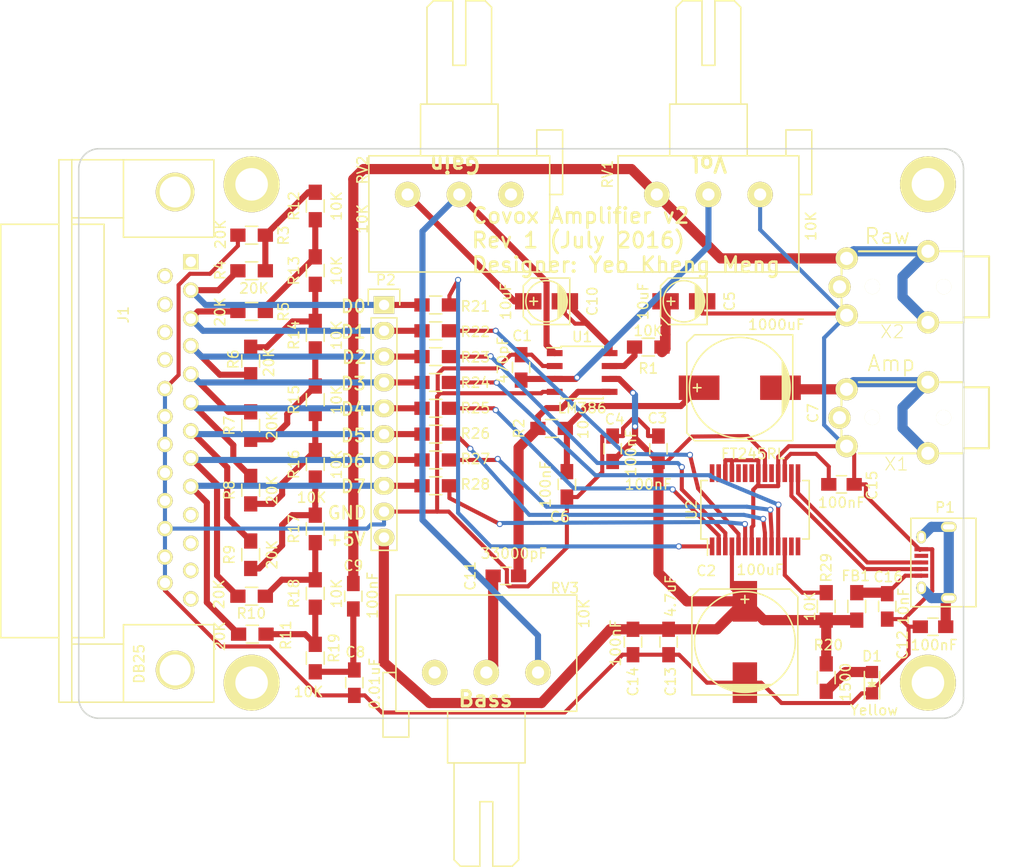
<source format=kicad_pcb>
(kicad_pcb (version 20171130) (host pcbnew "(5.1.12)-1")

  (general
    (thickness 1.6)
    (drawings 22)
    (tracks 440)
    (zones 0)
    (modules 61)
    (nets 46)
  )

  (page A4)
  (title_block
    (title "Covox with Amplifier v2")
    (date 2016-07-25)
    (rev 1)
    (comment 1 "Designed by Yeo Kheng Meng")
  )

  (layers
    (0 F.Cu signal)
    (31 B.Cu signal)
    (32 B.Adhes user hide)
    (33 F.Adhes user hide)
    (34 B.Paste user hide)
    (35 F.Paste user hide)
    (36 B.SilkS user hide)
    (37 F.SilkS user hide)
    (38 B.Mask user hide)
    (39 F.Mask user hide)
    (40 Dwgs.User user)
    (41 Cmts.User user)
    (42 Eco1.User user)
    (43 Eco2.User user)
    (44 Edge.Cuts user)
    (45 Margin user)
    (46 B.CrtYd user)
    (47 F.CrtYd user)
    (48 B.Fab user)
    (49 F.Fab user)
  )

  (setup
    (last_trace_width 0.4)
    (trace_clearance 0.2)
    (zone_clearance 0.508)
    (zone_45_only no)
    (trace_min 0.2)
    (via_size 0.6)
    (via_drill 0.4)
    (via_min_size 0.4)
    (via_min_drill 0.3)
    (uvia_size 0.3)
    (uvia_drill 0.1)
    (uvias_allowed no)
    (uvia_min_size 0.2)
    (uvia_min_drill 0.1)
    (edge_width 0.15)
    (segment_width 0.2)
    (pcb_text_width 0.3)
    (pcb_text_size 1.5 1.5)
    (mod_edge_width 0.15)
    (mod_text_size 1 1)
    (mod_text_width 0.15)
    (pad_size 1.524 1.524)
    (pad_drill 0.762)
    (pad_to_mask_clearance 0.2)
    (aux_axis_origin 100 142)
    (grid_origin 100 142)
    (visible_elements 7FFFFFFF)
    (pcbplotparams
      (layerselection 0x010fc_80000001)
      (usegerberextensions true)
      (usegerberattributes true)
      (usegerberadvancedattributes true)
      (creategerberjobfile true)
      (excludeedgelayer true)
      (linewidth 0.100000)
      (plotframeref false)
      (viasonmask false)
      (mode 1)
      (useauxorigin false)
      (hpglpennumber 1)
      (hpglpenspeed 20)
      (hpglpendiameter 15.000000)
      (psnegative false)
      (psa4output false)
      (plotreference true)
      (plotvalue true)
      (plotinvisibletext false)
      (padsonsilk false)
      (subtractmaskfromsilk false)
      (outputformat 1)
      (mirror false)
      (drillshape 0)
      (scaleselection 1)
      (outputdirectory "gerber/"))
  )

  (net 0 "")
  (net 1 GND)
  (net 2 Input+)
  (net 3 +5V)
  (net 4 "Net-(C5-Pad1)")
  (net 5 "Net-(C6-Pad1)")
  (net 6 Amp-Audio)
  (net 7 "Net-(C8-Pad1)")
  (net 8 Source-Audio)
  (net 9 "Net-(C10-Pad1)")
  (net 10 Gain8)
  (net 11 Vout)
  (net 12 "Net-(C11-Pad2)")
  (net 13 Data7)
  (net 14 Data6)
  (net 15 Data5)
  (net 16 Data4)
  (net 17 Data3)
  (net 18 Data2)
  (net 19 Data1)
  (net 20 Data0)
  (net 21 "Net-(R1-Pad2)")
  (net 22 "Net-(R12-Pad2)")
  (net 23 "Net-(R12-Pad1)")
  (net 24 "Net-(R13-Pad1)")
  (net 25 "Net-(R14-Pad1)")
  (net 26 "Net-(R15-Pad1)")
  (net 27 "Net-(R16-Pad1)")
  (net 28 "Net-(R10-Pad1)")
  (net 29 "Net-(R11-Pad1)")
  (net 30 Gain1)
  (net 31 "Net-(D1-Pad2)")
  (net 32 "Net-(C12-Pad2)")
  (net 33 "Net-(C15-Pad1)")
  (net 34 "Net-(C16-Pad1)")
  (net 35 USB_D-)
  (net 36 USB_D+)
  (net 37 "Net-(R21-Pad2)")
  (net 38 "Net-(R22-Pad2)")
  (net 39 "Net-(R23-Pad2)")
  (net 40 "Net-(R24-Pad2)")
  (net 41 "Net-(R25-Pad2)")
  (net 42 "Net-(R26-Pad2)")
  (net 43 "Net-(R27-Pad2)")
  (net 44 "Net-(R28-Pad2)")
  (net 45 "Net-(R29-Pad2)")

  (net_class Default "This is the default net class."
    (clearance 0.2)
    (trace_width 0.4)
    (via_dia 0.6)
    (via_drill 0.4)
    (uvia_dia 0.3)
    (uvia_drill 0.1)
    (add_net +5V)
    (add_net Amp-Audio)
    (add_net Data0)
    (add_net Data1)
    (add_net Data2)
    (add_net Data3)
    (add_net Data4)
    (add_net Data5)
    (add_net Data6)
    (add_net Data7)
    (add_net GND)
    (add_net Gain1)
    (add_net Gain8)
    (add_net Input+)
    (add_net "Net-(C10-Pad1)")
    (add_net "Net-(C11-Pad2)")
    (add_net "Net-(C12-Pad2)")
    (add_net "Net-(C15-Pad1)")
    (add_net "Net-(C16-Pad1)")
    (add_net "Net-(C5-Pad1)")
    (add_net "Net-(C6-Pad1)")
    (add_net "Net-(C8-Pad1)")
    (add_net "Net-(D1-Pad2)")
    (add_net "Net-(R1-Pad2)")
    (add_net "Net-(R10-Pad1)")
    (add_net "Net-(R11-Pad1)")
    (add_net "Net-(R12-Pad1)")
    (add_net "Net-(R12-Pad2)")
    (add_net "Net-(R13-Pad1)")
    (add_net "Net-(R14-Pad1)")
    (add_net "Net-(R15-Pad1)")
    (add_net "Net-(R16-Pad1)")
    (add_net "Net-(R21-Pad2)")
    (add_net "Net-(R22-Pad2)")
    (add_net "Net-(R23-Pad2)")
    (add_net "Net-(R24-Pad2)")
    (add_net "Net-(R25-Pad2)")
    (add_net "Net-(R26-Pad2)")
    (add_net "Net-(R27-Pad2)")
    (add_net "Net-(R28-Pad2)")
    (add_net "Net-(R29-Pad2)")
    (add_net Source-Audio)
    (add_net USB_D+)
    (add_net USB_D-)
    (add_net Vout)
  )

  (module Housings_SSOP:SSOP-28_5.3x10.2mm_Pitch0.65mm (layer F.Cu) (tedit 579575F4) (tstamp 5794C396)
    (at 169.5 121.5 90)
    (descr "28-Lead Plastic Shrink Small Outline (SS)-5.30 mm Body [SSOP] (see Microchip Packaging Specification 00000049BS.pdf)")
    (tags "SSOP 0.65")
    (path /57953332)
    (attr smd)
    (fp_text reference U2 (at 0 -6.25 90) (layer F.SilkS)
      (effects (font (size 1 1) (thickness 0.15)))
    )
    (fp_text value FT245RL (at 5.5 -0.2 180) (layer F.SilkS)
      (effects (font (size 1 1) (thickness 0.15)))
    )
    (fp_line (start -2.875 -4.675) (end -4.475 -4.675) (layer F.SilkS) (width 0.15))
    (fp_line (start -2.875 5.325) (end 2.875 5.325) (layer F.SilkS) (width 0.15))
    (fp_line (start -2.875 -5.325) (end 2.875 -5.325) (layer F.SilkS) (width 0.15))
    (fp_line (start -2.875 5.325) (end -2.875 4.675) (layer F.SilkS) (width 0.15))
    (fp_line (start 2.875 5.325) (end 2.875 4.675) (layer F.SilkS) (width 0.15))
    (fp_line (start 2.875 -5.325) (end 2.875 -4.675) (layer F.SilkS) (width 0.15))
    (fp_line (start -2.875 -5.325) (end -2.875 -4.675) (layer F.SilkS) (width 0.15))
    (fp_line (start -4.75 5.5) (end 4.75 5.5) (layer F.CrtYd) (width 0.05))
    (fp_line (start -4.75 -5.5) (end 4.75 -5.5) (layer F.CrtYd) (width 0.05))
    (fp_line (start 4.75 -5.5) (end 4.75 5.5) (layer F.CrtYd) (width 0.05))
    (fp_line (start -4.75 -5.5) (end -4.75 5.5) (layer F.CrtYd) (width 0.05))
    (pad 1 smd rect (at -3.6 -4.225 90) (size 1.75 0.45) (layers F.Cu F.Paste F.Mask)
      (net 37 "Net-(R21-Pad2)"))
    (pad 2 smd rect (at -3.6 -3.575 90) (size 1.75 0.45) (layers F.Cu F.Paste F.Mask)
      (net 41 "Net-(R25-Pad2)"))
    (pad 3 smd rect (at -3.6 -2.925 90) (size 1.75 0.45) (layers F.Cu F.Paste F.Mask)
      (net 39 "Net-(R23-Pad2)"))
    (pad 4 smd rect (at -3.6 -2.275 90) (size 1.75 0.45) (layers F.Cu F.Paste F.Mask)
      (net 3 +5V))
    (pad 5 smd rect (at -3.6 -1.625 90) (size 1.75 0.45) (layers F.Cu F.Paste F.Mask)
      (net 38 "Net-(R22-Pad2)"))
    (pad 6 smd rect (at -3.6 -0.975 90) (size 1.75 0.45) (layers F.Cu F.Paste F.Mask)
      (net 44 "Net-(R28-Pad2)"))
    (pad 7 smd rect (at -3.6 -0.325 90) (size 1.75 0.45) (layers F.Cu F.Paste F.Mask)
      (net 1 GND))
    (pad 8 smd rect (at -3.6 0.325 90) (size 1.75 0.45) (layers F.Cu F.Paste F.Mask))
    (pad 9 smd rect (at -3.6 0.975 90) (size 1.75 0.45) (layers F.Cu F.Paste F.Mask)
      (net 42 "Net-(R26-Pad2)"))
    (pad 10 smd rect (at -3.6 1.625 90) (size 1.75 0.45) (layers F.Cu F.Paste F.Mask)
      (net 43 "Net-(R27-Pad2)"))
    (pad 11 smd rect (at -3.6 2.275 90) (size 1.75 0.45) (layers F.Cu F.Paste F.Mask)
      (net 40 "Net-(R24-Pad2)"))
    (pad 12 smd rect (at -3.6 2.925 90) (size 1.75 0.45) (layers F.Cu F.Paste F.Mask)
      (net 45 "Net-(R29-Pad2)"))
    (pad 13 smd rect (at -3.6 3.575 90) (size 1.75 0.45) (layers F.Cu F.Paste F.Mask))
    (pad 14 smd rect (at -3.6 4.225 90) (size 1.75 0.45) (layers F.Cu F.Paste F.Mask))
    (pad 15 smd rect (at 3.6 4.225 90) (size 1.75 0.45) (layers F.Cu F.Paste F.Mask)
      (net 36 USB_D+))
    (pad 16 smd rect (at 3.6 3.575 90) (size 1.75 0.45) (layers F.Cu F.Paste F.Mask)
      (net 35 USB_D-))
    (pad 17 smd rect (at 3.6 2.925 90) (size 1.75 0.45) (layers F.Cu F.Paste F.Mask)
      (net 33 "Net-(C15-Pad1)"))
    (pad 18 smd rect (at 3.6 2.275 90) (size 1.75 0.45) (layers F.Cu F.Paste F.Mask)
      (net 1 GND))
    (pad 19 smd rect (at 3.6 1.625 90) (size 1.75 0.45) (layers F.Cu F.Paste F.Mask))
    (pad 20 smd rect (at 3.6 0.975 90) (size 1.75 0.45) (layers F.Cu F.Paste F.Mask)
      (net 3 +5V))
    (pad 21 smd rect (at 3.6 0.325 90) (size 1.75 0.45) (layers F.Cu F.Paste F.Mask)
      (net 1 GND))
    (pad 22 smd rect (at 3.6 -0.325 90) (size 1.75 0.45) (layers F.Cu F.Paste F.Mask))
    (pad 23 smd rect (at 3.6 -0.975 90) (size 1.75 0.45) (layers F.Cu F.Paste F.Mask))
    (pad 24 smd rect (at 3.6 -1.625 90) (size 1.75 0.45) (layers F.Cu F.Paste F.Mask))
    (pad 25 smd rect (at 3.6 -2.275 90) (size 1.75 0.45) (layers F.Cu F.Paste F.Mask)
      (net 1 GND))
    (pad 26 smd rect (at 3.6 -2.925 90) (size 1.75 0.45) (layers F.Cu F.Paste F.Mask)
      (net 1 GND))
    (pad 27 smd rect (at 3.6 -3.575 90) (size 1.75 0.45) (layers F.Cu F.Paste F.Mask))
    (pad 28 smd rect (at 3.6 -4.225 90) (size 1.75 0.45) (layers F.Cu F.Paste F.Mask))
    (model Housings_SSOP.3dshapes/SSOP-28_5.3x10.2mm_Pitch0.65mm.wrl
      (at (xyz 0 0 0))
      (scale (xyz 1 1 1))
      (rotate (xyz 0 0 0))
    )
  )

  (module db25:DB25MC (layer F.Cu) (tedit 577782DD) (tstamp 578362A8)
    (at 113.75 113.75 90)
    (descr "Connecteur DB25 MALE couche")
    (tags "CONN DB25")
    (path /57761B75)
    (fp_text reference J1 (at 11.43 -6.35 90) (layer F.SilkS)
      (effects (font (size 1 1) (thickness 0.15)))
    )
    (fp_text value DB25 (at -22.9 -4.8 90) (layer F.SilkS)
      (effects (font (size 1 1) (thickness 0.15)))
    )
    (fp_line (start -26.67 2.54) (end -19.05 2.54) (layer F.SilkS) (width 0.15))
    (fp_line (start -20.32 -18.415) (end 20.32 -18.415) (layer F.SilkS) (width 0.15))
    (fp_line (start -20.32 -8.255) (end 20.32 -8.255) (layer F.SilkS) (width 0.15))
    (fp_line (start 19.05 2.54) (end 26.67 2.54) (layer F.SilkS) (width 0.15))
    (fp_line (start -26.67 -11.43) (end 26.67 -11.43) (layer F.SilkS) (width 0.15))
    (fp_line (start -26.67 -12.7) (end -26.67 -11.43) (layer F.SilkS) (width 0.15))
    (fp_line (start 26.67 -12.7) (end -26.67 -12.7) (layer F.SilkS) (width 0.15))
    (fp_line (start 26.67 -11.43) (end 26.67 -12.7) (layer F.SilkS) (width 0.15))
    (fp_line (start -20.32 -18.415) (end -20.32 -12.7) (layer F.SilkS) (width 0.15))
    (fp_line (start 20.32 -18.415) (end 20.32 -12.7) (layer F.SilkS) (width 0.15))
    (fp_line (start -20.32 -8.255) (end -20.32 -11.43) (layer F.SilkS) (width 0.15))
    (fp_line (start 20.32 -8.255) (end 20.32 -11.43) (layer F.SilkS) (width 0.15))
    (fp_line (start -26.67 -6.35) (end -19.05 -6.35) (layer F.SilkS) (width 0.15))
    (fp_line (start 26.67 -6.35) (end 19.05 -6.35) (layer F.SilkS) (width 0.15))
    (fp_line (start -26.67 2.54) (end -26.67 -11.43) (layer F.SilkS) (width 0.15))
    (fp_line (start -19.05 -6.35) (end -19.05 2.54) (layer F.SilkS) (width 0.15))
    (fp_line (start -20.955 -11.43) (end -20.955 -6.35) (layer F.SilkS) (width 0.15))
    (fp_line (start 20.955 -11.43) (end 20.955 -6.35) (layer F.SilkS) (width 0.15))
    (fp_line (start 19.05 -6.35) (end 19.05 2.54) (layer F.SilkS) (width 0.15))
    (fp_line (start 26.67 -11.43) (end 26.67 2.54) (layer F.SilkS) (width 0.15))
    (pad "" thru_hole circle (at 23.495 -1.27 90) (size 3.81 3.81) (drill 3.048) (layers *.Cu *.Mask F.SilkS))
    (pad "" thru_hole circle (at -23.495 -1.27 90) (size 3.81 3.81) (drill 3.048) (layers *.Cu *.Mask F.SilkS))
    (pad 13 thru_hole circle (at -16.51 0.27 90) (size 1.524 1.524) (drill 1.016) (layers *.Cu *.Mask F.SilkS))
    (pad 12 thru_hole circle (at -13.716 0.27 90) (size 1.524 1.524) (drill 1.016) (layers *.Cu *.Mask F.SilkS))
    (pad 11 thru_hole circle (at -11.049 0.27 90) (size 1.524 1.524) (drill 1.016) (layers *.Cu *.Mask F.SilkS))
    (pad 10 thru_hole circle (at -8.255 0.27 90) (size 1.524 1.524) (drill 1.016) (layers *.Cu *.Mask F.SilkS))
    (pad 9 thru_hole circle (at -5.461 0.27 90) (size 1.524 1.524) (drill 1.016) (layers *.Cu *.Mask F.SilkS)
      (net 13 Data7))
    (pad 8 thru_hole circle (at -2.667 0.27 90) (size 1.524 1.524) (drill 1.016) (layers *.Cu *.Mask F.SilkS)
      (net 14 Data6))
    (pad 7 thru_hole circle (at 0 0.27 90) (size 1.524 1.524) (drill 1.016) (layers *.Cu *.Mask F.SilkS)
      (net 15 Data5))
    (pad 6 thru_hole circle (at 2.794 0.27 90) (size 1.524 1.524) (drill 1.016) (layers *.Cu *.Mask F.SilkS)
      (net 16 Data4))
    (pad 5 thru_hole circle (at 5.588 0.27 90) (size 1.524 1.524) (drill 1.016) (layers *.Cu *.Mask F.SilkS)
      (net 17 Data3))
    (pad 4 thru_hole circle (at 8.382 0.27 90) (size 1.524 1.524) (drill 1.016) (layers *.Cu *.Mask F.SilkS)
      (net 18 Data2))
    (pad 3 thru_hole circle (at 11.049 0.27 90) (size 1.524 1.524) (drill 1.016) (layers *.Cu *.Mask F.SilkS)
      (net 19 Data1))
    (pad 2 thru_hole circle (at 13.843 0.27 90) (size 1.524 1.524) (drill 1.016) (layers *.Cu *.Mask F.SilkS)
      (net 20 Data0))
    (pad 1 thru_hole rect (at 16.637 0.27 90) (size 1.524 1.524) (drill 1.016) (layers *.Cu *.Mask F.SilkS))
    (pad 25 thru_hole circle (at -14.9352 -2.27 90) (size 1.524 1.524) (drill 1.016) (layers *.Cu *.Mask F.SilkS)
      (net 1 GND))
    (pad 24 thru_hole circle (at -12.3952 -2.27 90) (size 1.524 1.524) (drill 1.016) (layers *.Cu *.Mask F.SilkS)
      (net 1 GND))
    (pad 23 thru_hole circle (at -9.6012 -2.27 90) (size 1.524 1.524) (drill 1.016) (layers *.Cu *.Mask F.SilkS)
      (net 1 GND))
    (pad 22 thru_hole circle (at -6.858 -2.27 90) (size 1.524 1.524) (drill 1.016) (layers *.Cu *.Mask F.SilkS)
      (net 1 GND))
    (pad 21 thru_hole circle (at -4.1148 -2.27 90) (size 1.524 1.524) (drill 1.016) (layers *.Cu *.Mask F.SilkS)
      (net 1 GND))
    (pad 20 thru_hole circle (at -1.3208 -2.27 90) (size 1.524 1.524) (drill 1.016) (layers *.Cu *.Mask F.SilkS)
      (net 1 GND))
    (pad 19 thru_hole circle (at 1.4224 -2.27 90) (size 1.524 1.524) (drill 1.016) (layers *.Cu *.Mask F.SilkS)
      (net 1 GND))
    (pad 18 thru_hole circle (at 4.1656 -2.27 90) (size 1.524 1.524) (drill 1.016) (layers *.Cu *.Mask F.SilkS)
      (net 1 GND))
    (pad 17 thru_hole circle (at 7.0104 -2.27 90) (size 1.524 1.524) (drill 1.016) (layers *.Cu *.Mask F.SilkS))
    (pad 16 thru_hole circle (at 9.7028 -2.27 90) (size 1.524 1.524) (drill 1.016) (layers *.Cu *.Mask F.SilkS))
    (pad 15 thru_hole circle (at 12.446 -2.27 90) (size 1.524 1.524) (drill 1.016) (layers *.Cu *.Mask F.SilkS))
    (pad 14 thru_hole circle (at 15.24 -2.27 90) (size 1.524 1.524) (drill 1.016) (layers *.Cu *.Mask F.SilkS))
    (model Connect.3dshapes/DB25MC.wrl
      (at (xyz 0 0 0))
      (scale (xyz 1 1 1))
      (rotate (xyz 0 0 0))
    )
  )

  (module Capacitors_SMD:C_0805_HandSoldering (layer F.Cu) (tedit 579575BD) (tstamp 5776A7D8)
    (at 146.5 107.5 270)
    (descr "Capacitor SMD 0805, hand soldering")
    (tags "capacitor 0805")
    (path /57792DDC)
    (attr smd)
    (fp_text reference C1 (at -3.1 -0.1) (layer F.SilkS)
      (effects (font (size 1 1) (thickness 0.15)))
    )
    (fp_text value 470pF (at -0.7 1.8 270) (layer F.SilkS)
      (effects (font (size 1 1) (thickness 0.15)))
    )
    (fp_line (start -0.5 0.85) (end 0.5 0.85) (layer F.SilkS) (width 0.15))
    (fp_line (start 0.5 -0.85) (end -0.5 -0.85) (layer F.SilkS) (width 0.15))
    (fp_line (start 2.3 -1) (end 2.3 1) (layer F.CrtYd) (width 0.05))
    (fp_line (start -2.3 -1) (end -2.3 1) (layer F.CrtYd) (width 0.05))
    (fp_line (start -2.3 1) (end 2.3 1) (layer F.CrtYd) (width 0.05))
    (fp_line (start -2.3 -1) (end 2.3 -1) (layer F.CrtYd) (width 0.05))
    (pad 1 smd rect (at -1.25 0 270) (size 1.5 1.25) (layers F.Cu F.Paste F.Mask)
      (net 1 GND))
    (pad 2 smd rect (at 1.25 0 270) (size 1.5 1.25) (layers F.Cu F.Paste F.Mask)
      (net 2 Input+))
    (model Capacitors_SMD.3dshapes/C_0805_HandSoldering.wrl
      (at (xyz 0 0 0))
      (scale (xyz 1 1 1))
      (rotate (xyz 0 0 0))
    )
  )

  (module Capacitors_SMD:c_elec_10x10.5 (layer F.Cu) (tedit 579576D1) (tstamp 5776A7F1)
    (at 168.5 134.5 90)
    (descr "SMT capacitor, aluminium electrolytic, 10x10.5")
    (path /5779AAF6)
    (attr smd)
    (fp_text reference C2 (at 7 -3.8 180) (layer F.SilkS)
      (effects (font (size 1 1) (thickness 0.15)))
    )
    (fp_text value 100uF (at 7.1 1.5 180) (layer F.SilkS)
      (effects (font (size 1 1) (thickness 0.15)))
    )
    (fp_circle (center 0 0) (end 4.953 0) (layer F.SilkS) (width 0.15))
    (fp_line (start 4.191 -0.381) (end 4.191 0.381) (layer F.SilkS) (width 0.15))
    (fp_line (start 4.572 0) (end 3.81 0) (layer F.SilkS) (width 0.15))
    (fp_line (start 4.445 -5.207) (end -5.207 -5.207) (layer F.SilkS) (width 0.15))
    (fp_line (start 5.207 -4.445) (end 4.445 -5.207) (layer F.SilkS) (width 0.15))
    (fp_line (start 5.207 4.445) (end 5.207 -4.445) (layer F.SilkS) (width 0.15))
    (fp_line (start 4.445 5.207) (end 5.207 4.445) (layer F.SilkS) (width 0.15))
    (fp_line (start -5.207 5.207) (end 4.445 5.207) (layer F.SilkS) (width 0.15))
    (fp_line (start -5.207 -5.207) (end -5.207 5.207) (layer F.SilkS) (width 0.15))
    (fp_line (start -4.191 -2.54) (end -4.191 2.54) (layer F.SilkS) (width 0.15))
    (fp_line (start -4.318 2.413) (end -4.318 -2.413) (layer F.SilkS) (width 0.15))
    (fp_line (start -4.445 -2.159) (end -4.445 2.159) (layer F.SilkS) (width 0.15))
    (fp_line (start -4.572 1.778) (end -4.572 -1.778) (layer F.SilkS) (width 0.15))
    (fp_line (start -4.699 -1.397) (end -4.699 1.524) (layer F.SilkS) (width 0.15))
    (fp_line (start -4.826 1.016) (end -4.826 -1.016) (layer F.SilkS) (width 0.15))
    (fp_line (start -6.35 5.6) (end -6.35 -5.6) (layer F.CrtYd) (width 0.05))
    (fp_line (start 6.35 5.6) (end -6.35 5.6) (layer F.CrtYd) (width 0.05))
    (fp_line (start 6.35 -5.6) (end 6.35 5.6) (layer F.CrtYd) (width 0.05))
    (fp_line (start -6.35 -5.6) (end 6.35 -5.6) (layer F.CrtYd) (width 0.05))
    (pad 1 smd rect (at 4.0005 0 90) (size 4.0005 2.4003) (layers F.Cu F.Paste F.Mask)
      (net 3 +5V))
    (pad 2 smd rect (at -4.0005 0 90) (size 4.0005 2.4003) (layers F.Cu F.Paste F.Mask)
      (net 1 GND))
    (model Capacitors_SMD.3dshapes/c_elec_10x10.5.wrl
      (at (xyz 0 0 0))
      (scale (xyz 1 1 1))
      (rotate (xyz 0 0 0))
    )
  )

  (module Capacitors_SMD:C_0805_HandSoldering (layer F.Cu) (tedit 5795792E) (tstamp 5776A7FD)
    (at 160 115.5 90)
    (descr "Capacitor SMD 0805, hand soldering")
    (tags "capacitor 0805")
    (path /57793C57)
    (attr smd)
    (fp_text reference C3 (at 3 -0.1 180) (layer F.SilkS)
      (effects (font (size 1 1) (thickness 0.15)))
    )
    (fp_text value 100nF (at -3.5 -1) (layer F.SilkS)
      (effects (font (size 1 1) (thickness 0.15)))
    )
    (fp_line (start -0.5 0.85) (end 0.5 0.85) (layer F.SilkS) (width 0.15))
    (fp_line (start 0.5 -0.85) (end -0.5 -0.85) (layer F.SilkS) (width 0.15))
    (fp_line (start 2.3 -1) (end 2.3 1) (layer F.CrtYd) (width 0.05))
    (fp_line (start -2.3 -1) (end -2.3 1) (layer F.CrtYd) (width 0.05))
    (fp_line (start -2.3 1) (end 2.3 1) (layer F.CrtYd) (width 0.05))
    (fp_line (start -2.3 -1) (end 2.3 -1) (layer F.CrtYd) (width 0.05))
    (pad 1 smd rect (at -1.25 0 90) (size 1.5 1.25) (layers F.Cu F.Paste F.Mask)
      (net 3 +5V))
    (pad 2 smd rect (at 1.25 0 90) (size 1.5 1.25) (layers F.Cu F.Paste F.Mask)
      (net 1 GND))
    (model Capacitors_SMD.3dshapes/C_0805_HandSoldering.wrl
      (at (xyz 0 0 0))
      (scale (xyz 1 1 1))
      (rotate (xyz 0 0 0))
    )
  )

  (module Capacitors_SMD:C_0805_HandSoldering (layer F.Cu) (tedit 57957500) (tstamp 5776A809)
    (at 155.5 115.5 90)
    (descr "Capacitor SMD 0805, hand soldering")
    (tags "capacitor 0805")
    (path /5779107A)
    (attr smd)
    (fp_text reference C4 (at 2.9 0.2 180) (layer F.SilkS)
      (effects (font (size 1 1) (thickness 0.15)))
    )
    (fp_text value 100nF (at -0.4 1.8 270) (layer F.SilkS)
      (effects (font (size 1 1) (thickness 0.15)))
    )
    (fp_line (start -0.5 0.85) (end 0.5 0.85) (layer F.SilkS) (width 0.15))
    (fp_line (start 0.5 -0.85) (end -0.5 -0.85) (layer F.SilkS) (width 0.15))
    (fp_line (start 2.3 -1) (end 2.3 1) (layer F.CrtYd) (width 0.05))
    (fp_line (start -2.3 -1) (end -2.3 1) (layer F.CrtYd) (width 0.05))
    (fp_line (start -2.3 1) (end 2.3 1) (layer F.CrtYd) (width 0.05))
    (fp_line (start -2.3 -1) (end 2.3 -1) (layer F.CrtYd) (width 0.05))
    (pad 1 smd rect (at -1.25 0 90) (size 1.5 1.25) (layers F.Cu F.Paste F.Mask)
      (net 3 +5V))
    (pad 2 smd rect (at 1.25 0 90) (size 1.5 1.25) (layers F.Cu F.Paste F.Mask)
      (net 1 GND))
    (model Capacitors_SMD.3dshapes/C_0805_HandSoldering.wrl
      (at (xyz 0 0 0))
      (scale (xyz 1 1 1))
      (rotate (xyz 0 0 0))
    )
  )

  (module Capacitors_SMD:C_0805_HandSoldering (layer F.Cu) (tedit 7FFFFFFF) (tstamp 5776A82E)
    (at 151 119 270)
    (descr "Capacitor SMD 0805, hand soldering")
    (tags "capacitor 0805")
    (path /5779F392)
    (attr smd)
    (fp_text reference C6 (at 3.2 0.7) (layer F.SilkS)
      (effects (font (size 1 1) (thickness 0.15)))
    )
    (fp_text value 100nF (at 0 2.1 270) (layer F.SilkS)
      (effects (font (size 1 1) (thickness 0.15)))
    )
    (fp_line (start -0.5 0.85) (end 0.5 0.85) (layer F.SilkS) (width 0.15))
    (fp_line (start 0.5 -0.85) (end -0.5 -0.85) (layer F.SilkS) (width 0.15))
    (fp_line (start 2.3 -1) (end 2.3 1) (layer F.CrtYd) (width 0.05))
    (fp_line (start -2.3 -1) (end -2.3 1) (layer F.CrtYd) (width 0.05))
    (fp_line (start -2.3 1) (end 2.3 1) (layer F.CrtYd) (width 0.05))
    (fp_line (start -2.3 -1) (end 2.3 -1) (layer F.CrtYd) (width 0.05))
    (pad 1 smd rect (at -1.25 0 270) (size 1.5 1.25) (layers F.Cu F.Paste F.Mask)
      (net 5 "Net-(C6-Pad1)"))
    (pad 2 smd rect (at 1.25 0 270) (size 1.5 1.25) (layers F.Cu F.Paste F.Mask)
      (net 1 GND))
    (model Capacitors_SMD.3dshapes/C_0805_HandSoldering.wrl
      (at (xyz 0 0 0))
      (scale (xyz 1 1 1))
      (rotate (xyz 0 0 0))
    )
  )

  (module Capacitors_SMD:c_elec_10x10.5 (layer F.Cu) (tedit 5795758D) (tstamp 5776A847)
    (at 168 109.5 180)
    (descr "SMT capacitor, aluminium electrolytic, 10x10.5")
    (path /5779D741)
    (attr smd)
    (fp_text reference C7 (at -7.2 -2.5 270) (layer F.SilkS)
      (effects (font (size 1 1) (thickness 0.15)))
    )
    (fp_text value 1000uF (at -3.6 6.2 180) (layer F.SilkS)
      (effects (font (size 1 1) (thickness 0.15)))
    )
    (fp_circle (center 0 0) (end 4.953 0) (layer F.SilkS) (width 0.15))
    (fp_line (start 4.191 -0.381) (end 4.191 0.381) (layer F.SilkS) (width 0.15))
    (fp_line (start 4.572 0) (end 3.81 0) (layer F.SilkS) (width 0.15))
    (fp_line (start 4.445 -5.207) (end -5.207 -5.207) (layer F.SilkS) (width 0.15))
    (fp_line (start 5.207 -4.445) (end 4.445 -5.207) (layer F.SilkS) (width 0.15))
    (fp_line (start 5.207 4.445) (end 5.207 -4.445) (layer F.SilkS) (width 0.15))
    (fp_line (start 4.445 5.207) (end 5.207 4.445) (layer F.SilkS) (width 0.15))
    (fp_line (start -5.207 5.207) (end 4.445 5.207) (layer F.SilkS) (width 0.15))
    (fp_line (start -5.207 -5.207) (end -5.207 5.207) (layer F.SilkS) (width 0.15))
    (fp_line (start -4.191 -2.54) (end -4.191 2.54) (layer F.SilkS) (width 0.15))
    (fp_line (start -4.318 2.413) (end -4.318 -2.413) (layer F.SilkS) (width 0.15))
    (fp_line (start -4.445 -2.159) (end -4.445 2.159) (layer F.SilkS) (width 0.15))
    (fp_line (start -4.572 1.778) (end -4.572 -1.778) (layer F.SilkS) (width 0.15))
    (fp_line (start -4.699 -1.397) (end -4.699 1.524) (layer F.SilkS) (width 0.15))
    (fp_line (start -4.826 1.016) (end -4.826 -1.016) (layer F.SilkS) (width 0.15))
    (fp_line (start -6.35 5.6) (end -6.35 -5.6) (layer F.CrtYd) (width 0.05))
    (fp_line (start 6.35 5.6) (end -6.35 5.6) (layer F.CrtYd) (width 0.05))
    (fp_line (start 6.35 -5.6) (end 6.35 5.6) (layer F.CrtYd) (width 0.05))
    (fp_line (start -6.35 -5.6) (end 6.35 -5.6) (layer F.CrtYd) (width 0.05))
    (pad 1 smd rect (at 4.0005 0 180) (size 4.0005 2.4003) (layers F.Cu F.Paste F.Mask)
      (net 5 "Net-(C6-Pad1)"))
    (pad 2 smd rect (at -4.0005 0 180) (size 4.0005 2.4003) (layers F.Cu F.Paste F.Mask)
      (net 6 Amp-Audio))
    (model Capacitors_SMD.3dshapes/c_elec_10x10.5.wrl
      (at (xyz 0 0 0))
      (scale (xyz 1 1 1))
      (rotate (xyz 0 0 0))
    )
  )

  (module Capacitors_SMD:C_0805_HandSoldering (layer F.Cu) (tedit 5778C7BB) (tstamp 5776A853)
    (at 130.1 138.5 270)
    (descr "Capacitor SMD 0805, hand soldering")
    (tags "capacitor 0805")
    (path /5776C2EF)
    (attr smd)
    (fp_text reference C8 (at -3 -0.1) (layer F.SilkS)
      (effects (font (size 1 1) (thickness 0.15)))
    )
    (fp_text value 0.01uF (at 0.1 -2 270) (layer F.SilkS)
      (effects (font (size 1 1) (thickness 0.15)))
    )
    (fp_line (start -0.5 0.85) (end 0.5 0.85) (layer F.SilkS) (width 0.15))
    (fp_line (start 0.5 -0.85) (end -0.5 -0.85) (layer F.SilkS) (width 0.15))
    (fp_line (start 2.3 -1) (end 2.3 1) (layer F.CrtYd) (width 0.05))
    (fp_line (start -2.3 -1) (end -2.3 1) (layer F.CrtYd) (width 0.05))
    (fp_line (start -2.3 1) (end 2.3 1) (layer F.CrtYd) (width 0.05))
    (fp_line (start -2.3 -1) (end 2.3 -1) (layer F.CrtYd) (width 0.05))
    (pad 1 smd rect (at -1.25 0 270) (size 1.5 1.25) (layers F.Cu F.Paste F.Mask)
      (net 7 "Net-(C8-Pad1)"))
    (pad 2 smd rect (at 1.25 0 270) (size 1.5 1.25) (layers F.Cu F.Paste F.Mask)
      (net 1 GND))
    (model Capacitors_SMD.3dshapes/C_0805_HandSoldering.wrl
      (at (xyz 0 0 0))
      (scale (xyz 1 1 1))
      (rotate (xyz 0 0 0))
    )
  )

  (module Capacitors_SMD:C_0805_HandSoldering (layer F.Cu) (tedit 57957670) (tstamp 5776A85F)
    (at 130 130 90)
    (descr "Capacitor SMD 0805, hand soldering")
    (tags "capacitor 0805")
    (path /5776C3AA)
    (attr smd)
    (fp_text reference C9 (at 3 0 180) (layer F.SilkS)
      (effects (font (size 1 1) (thickness 0.15)))
    )
    (fp_text value 100nF (at 0.1 1.9 270) (layer F.SilkS)
      (effects (font (size 1 1) (thickness 0.15)))
    )
    (fp_line (start -0.5 0.85) (end 0.5 0.85) (layer F.SilkS) (width 0.15))
    (fp_line (start 0.5 -0.85) (end -0.5 -0.85) (layer F.SilkS) (width 0.15))
    (fp_line (start 2.3 -1) (end 2.3 1) (layer F.CrtYd) (width 0.05))
    (fp_line (start -2.3 -1) (end -2.3 1) (layer F.CrtYd) (width 0.05))
    (fp_line (start -2.3 1) (end 2.3 1) (layer F.CrtYd) (width 0.05))
    (fp_line (start -2.3 -1) (end 2.3 -1) (layer F.CrtYd) (width 0.05))
    (pad 1 smd rect (at -1.25 0 90) (size 1.5 1.25) (layers F.Cu F.Paste F.Mask)
      (net 7 "Net-(C8-Pad1)"))
    (pad 2 smd rect (at 1.25 0 90) (size 1.5 1.25) (layers F.Cu F.Paste F.Mask)
      (net 8 Source-Audio))
    (model Capacitors_SMD.3dshapes/C_0805_HandSoldering.wrl
      (at (xyz 0 0 0))
      (scale (xyz 1 1 1))
      (rotate (xyz 0 0 0))
    )
  )

  (module Capacitors_SMD:C_0805_HandSoldering (layer F.Cu) (tedit 57957580) (tstamp 5776A884)
    (at 145 128 180)
    (descr "Capacitor SMD 0805, hand soldering")
    (tags "capacitor 0805")
    (path /577B1E46)
    (attr smd)
    (fp_text reference C11 (at 3.5 0 270) (layer F.SilkS)
      (effects (font (size 1 1) (thickness 0.15)))
    )
    (fp_text value 33000pF (at -0.8 2.2 180) (layer F.SilkS)
      (effects (font (size 1 1) (thickness 0.15)))
    )
    (fp_line (start -0.5 0.85) (end 0.5 0.85) (layer F.SilkS) (width 0.15))
    (fp_line (start 0.5 -0.85) (end -0.5 -0.85) (layer F.SilkS) (width 0.15))
    (fp_line (start 2.3 -1) (end 2.3 1) (layer F.CrtYd) (width 0.05))
    (fp_line (start -2.3 -1) (end -2.3 1) (layer F.CrtYd) (width 0.05))
    (fp_line (start -2.3 1) (end 2.3 1) (layer F.CrtYd) (width 0.05))
    (fp_line (start -2.3 -1) (end 2.3 -1) (layer F.CrtYd) (width 0.05))
    (pad 1 smd rect (at -1.25 0 180) (size 1.5 1.25) (layers F.Cu F.Paste F.Mask)
      (net 11 Vout))
    (pad 2 smd rect (at 1.25 0 180) (size 1.5 1.25) (layers F.Cu F.Paste F.Mask)
      (net 12 "Net-(C11-Pad2)"))
    (model Capacitors_SMD.3dshapes/C_0805_HandSoldering.wrl
      (at (xyz 0 0 0))
      (scale (xyz 1 1 1))
      (rotate (xyz 0 0 0))
    )
  )

  (module Connect:USB_Micro-B (layer F.Cu) (tedit 5794C89D) (tstamp 5776A8CD)
    (at 187.41 126.68 90)
    (descr "Micro USB Type B Receptacle")
    (tags "USB USB_B USB_micro USB_OTG")
    (path /577736E1)
    (attr smd)
    (fp_text reference P1 (at 5.41 0.77) (layer F.SilkS)
      (effects (font (size 1 1) (thickness 0.15)))
    )
    (fp_text value USB (at 0 4.8 90) (layer F.Fab) hide
      (effects (font (size 1 1) (thickness 0.15)))
    )
    (fp_line (start -4.3509 3.81746) (end -4.3509 -2.58754) (layer F.SilkS) (width 0.15))
    (fp_line (start 4.3491 2.58746) (end -4.3509 2.58746) (layer F.SilkS) (width 0.15))
    (fp_line (start 4.3491 -2.58754) (end 4.3491 3.81746) (layer F.SilkS) (width 0.15))
    (fp_line (start -4.3509 -2.58754) (end 4.3491 -2.58754) (layer F.SilkS) (width 0.15))
    (fp_line (start -4.3509 3.81746) (end 4.3491 3.81746) (layer F.SilkS) (width 0.15))
    (fp_line (start -4.6 4.05) (end -4.6 -2.8) (layer F.CrtYd) (width 0.05))
    (fp_line (start 4.6 4.05) (end -4.6 4.05) (layer F.CrtYd) (width 0.05))
    (fp_line (start 4.6 -2.8) (end 4.6 4.05) (layer F.CrtYd) (width 0.05))
    (fp_line (start -4.6 -2.8) (end 4.6 -2.8) (layer F.CrtYd) (width 0.05))
    (pad 1 smd rect (at -1.3009 -1.56254 180) (size 1.35 0.4) (layers F.Cu F.Paste F.Mask)
      (net 34 "Net-(C16-Pad1)"))
    (pad 2 smd rect (at -0.6509 -1.56254 180) (size 1.35 0.4) (layers F.Cu F.Paste F.Mask)
      (net 35 USB_D-))
    (pad 3 smd rect (at -0.0009 -1.56254 180) (size 1.35 0.4) (layers F.Cu F.Paste F.Mask)
      (net 36 USB_D+))
    (pad 4 smd rect (at 0.6491 -1.56254 180) (size 1.35 0.4) (layers F.Cu F.Paste F.Mask))
    (pad 5 smd rect (at 1.2991 -1.56254 180) (size 1.35 0.4) (layers F.Cu F.Paste F.Mask)
      (net 1 GND))
    (pad 6 thru_hole oval (at -2.5009 -1.56254 180) (size 0.95 1.25) (drill oval 0.55 0.85) (layers *.Cu *.Mask F.SilkS)
      (net 32 "Net-(C12-Pad2)"))
    (pad 6 thru_hole oval (at 2.4991 -1.56254 180) (size 0.95 1.25) (drill oval 0.55 0.85) (layers *.Cu *.Mask F.SilkS)
      (net 32 "Net-(C12-Pad2)"))
    (pad 6 thru_hole oval (at -3.5009 1.13746 180) (size 1.55 1) (drill oval 1.15 0.5) (layers *.Cu *.Mask F.SilkS)
      (net 32 "Net-(C12-Pad2)"))
    (pad 6 thru_hole oval (at 3.4991 1.13746 180) (size 1.55 1) (drill oval 1.15 0.5) (layers *.Cu *.Mask F.SilkS)
      (net 32 "Net-(C12-Pad2)"))
  )

  (module Resistors_SMD:R_0805_HandSoldering (layer F.Cu) (tedit 57831A91) (tstamp 5776A8D9)
    (at 159 105.5 180)
    (descr "Resistor SMD 0805, hand soldering")
    (tags "resistor 0805")
    (path /57795320)
    (attr smd)
    (fp_text reference R1 (at 0 -2.1 180) (layer F.SilkS)
      (effects (font (size 1 1) (thickness 0.15)))
    )
    (fp_text value 10K (at 0 1.6 180) (layer F.SilkS)
      (effects (font (size 1 1) (thickness 0.15)))
    )
    (fp_line (start -0.6 -0.875) (end 0.6 -0.875) (layer F.SilkS) (width 0.15))
    (fp_line (start 0.6 0.875) (end -0.6 0.875) (layer F.SilkS) (width 0.15))
    (fp_line (start 2.4 -1) (end 2.4 1) (layer F.CrtYd) (width 0.05))
    (fp_line (start -2.4 -1) (end -2.4 1) (layer F.CrtYd) (width 0.05))
    (fp_line (start -2.4 1) (end 2.4 1) (layer F.CrtYd) (width 0.05))
    (fp_line (start -2.4 -1) (end 2.4 -1) (layer F.CrtYd) (width 0.05))
    (pad 1 smd rect (at -1.35 0 180) (size 1.5 1.3) (layers F.Cu F.Paste F.Mask)
      (net 4 "Net-(C5-Pad1)"))
    (pad 2 smd rect (at 1.35 0 180) (size 1.5 1.3) (layers F.Cu F.Paste F.Mask)
      (net 21 "Net-(R1-Pad2)"))
    (model Resistors_SMD.3dshapes/R_0805_HandSoldering.wrl
      (at (xyz 0 0 0))
      (scale (xyz 1 1 1))
      (rotate (xyz 0 0 0))
    )
  )

  (module Resistors_SMD:R_0805_HandSoldering (layer F.Cu) (tedit 579575C8) (tstamp 5776A8E5)
    (at 149.5 113.5 180)
    (descr "Resistor SMD 0805, hand soldering")
    (tags "resistor 0805")
    (path /57799CC6)
    (attr smd)
    (fp_text reference R2 (at 3.2 0 270) (layer F.SilkS)
      (effects (font (size 1 1) (thickness 0.15)))
    )
    (fp_text value 10 (at -3.1 -0.1 90) (layer F.SilkS)
      (effects (font (size 1 1) (thickness 0.15)))
    )
    (fp_line (start -0.6 -0.875) (end 0.6 -0.875) (layer F.SilkS) (width 0.15))
    (fp_line (start 0.6 0.875) (end -0.6 0.875) (layer F.SilkS) (width 0.15))
    (fp_line (start 2.4 -1) (end 2.4 1) (layer F.CrtYd) (width 0.05))
    (fp_line (start -2.4 -1) (end -2.4 1) (layer F.CrtYd) (width 0.05))
    (fp_line (start -2.4 1) (end 2.4 1) (layer F.CrtYd) (width 0.05))
    (fp_line (start -2.4 -1) (end 2.4 -1) (layer F.CrtYd) (width 0.05))
    (pad 1 smd rect (at -1.35 0 180) (size 1.5 1.3) (layers F.Cu F.Paste F.Mask)
      (net 5 "Net-(C6-Pad1)"))
    (pad 2 smd rect (at 1.35 0 180) (size 1.5 1.3) (layers F.Cu F.Paste F.Mask)
      (net 11 Vout))
    (model Resistors_SMD.3dshapes/R_0805_HandSoldering.wrl
      (at (xyz 0 0 0))
      (scale (xyz 1 1 1))
      (rotate (xyz 0 0 0))
    )
  )

  (module Resistors_SMD:R_0805_HandSoldering (layer F.Cu) (tedit 5778C86D) (tstamp 5776A8F1)
    (at 120 94.5 180)
    (descr "Resistor SMD 0805, hand soldering")
    (tags "resistor 0805")
    (path /5776A199)
    (attr smd)
    (fp_text reference R3 (at -3.14 -0.03 270) (layer F.SilkS)
      (effects (font (size 1 1) (thickness 0.15)))
    )
    (fp_text value 20K (at 3.06 0.09 270) (layer F.SilkS)
      (effects (font (size 1 1) (thickness 0.15)))
    )
    (fp_line (start -0.6 -0.875) (end 0.6 -0.875) (layer F.SilkS) (width 0.15))
    (fp_line (start 0.6 0.875) (end -0.6 0.875) (layer F.SilkS) (width 0.15))
    (fp_line (start 2.4 -1) (end 2.4 1) (layer F.CrtYd) (width 0.05))
    (fp_line (start -2.4 -1) (end -2.4 1) (layer F.CrtYd) (width 0.05))
    (fp_line (start -2.4 1) (end 2.4 1) (layer F.CrtYd) (width 0.05))
    (fp_line (start -2.4 -1) (end 2.4 -1) (layer F.CrtYd) (width 0.05))
    (pad 1 smd rect (at -1.35 0 180) (size 1.5 1.3) (layers F.Cu F.Paste F.Mask)
      (net 22 "Net-(R12-Pad2)"))
    (pad 2 smd rect (at 1.35 0 180) (size 1.5 1.3) (layers F.Cu F.Paste F.Mask)
      (net 1 GND))
    (model Resistors_SMD.3dshapes/R_0805_HandSoldering.wrl
      (at (xyz 0 0 0))
      (scale (xyz 1 1 1))
      (rotate (xyz 0 0 0))
    )
  )

  (module Resistors_SMD:R_0805_HandSoldering (layer F.Cu) (tedit 5778C881) (tstamp 5776A8FD)
    (at 120 98 180)
    (descr "Resistor SMD 0805, hand soldering")
    (tags "resistor 0805")
    (path /577677AB)
    (attr smd)
    (fp_text reference R4 (at 3.08 0.06 90) (layer F.SilkS)
      (effects (font (size 1 1) (thickness 0.15)))
    )
    (fp_text value 20K (at -0.23 -1.73) (layer F.SilkS)
      (effects (font (size 1 1) (thickness 0.15)))
    )
    (fp_line (start -0.6 -0.875) (end 0.6 -0.875) (layer F.SilkS) (width 0.15))
    (fp_line (start 0.6 0.875) (end -0.6 0.875) (layer F.SilkS) (width 0.15))
    (fp_line (start 2.4 -1) (end 2.4 1) (layer F.CrtYd) (width 0.05))
    (fp_line (start -2.4 -1) (end -2.4 1) (layer F.CrtYd) (width 0.05))
    (fp_line (start -2.4 1) (end 2.4 1) (layer F.CrtYd) (width 0.05))
    (fp_line (start -2.4 -1) (end 2.4 -1) (layer F.CrtYd) (width 0.05))
    (pad 1 smd rect (at -1.35 0 180) (size 1.5 1.3) (layers F.Cu F.Paste F.Mask)
      (net 22 "Net-(R12-Pad2)"))
    (pad 2 smd rect (at 1.35 0 180) (size 1.5 1.3) (layers F.Cu F.Paste F.Mask)
      (net 20 Data0))
    (model Resistors_SMD.3dshapes/R_0805_HandSoldering.wrl
      (at (xyz 0 0 0))
      (scale (xyz 1 1 1))
      (rotate (xyz 0 0 0))
    )
  )

  (module Resistors_SMD:R_0805_HandSoldering (layer F.Cu) (tedit 5778C864) (tstamp 5776A909)
    (at 120 102 180)
    (descr "Resistor SMD 0805, hand soldering")
    (tags "resistor 0805")
    (path /57767BD6)
    (attr smd)
    (fp_text reference R5 (at -3.14 -0.03 270) (layer F.SilkS)
      (effects (font (size 1 1) (thickness 0.15)))
    )
    (fp_text value 20K (at 3.1 -0.05 270) (layer F.SilkS)
      (effects (font (size 1 1) (thickness 0.15)))
    )
    (fp_line (start -0.6 -0.875) (end 0.6 -0.875) (layer F.SilkS) (width 0.15))
    (fp_line (start 0.6 0.875) (end -0.6 0.875) (layer F.SilkS) (width 0.15))
    (fp_line (start 2.4 -1) (end 2.4 1) (layer F.CrtYd) (width 0.05))
    (fp_line (start -2.4 -1) (end -2.4 1) (layer F.CrtYd) (width 0.05))
    (fp_line (start -2.4 1) (end 2.4 1) (layer F.CrtYd) (width 0.05))
    (fp_line (start -2.4 -1) (end 2.4 -1) (layer F.CrtYd) (width 0.05))
    (pad 1 smd rect (at -1.35 0 180) (size 1.5 1.3) (layers F.Cu F.Paste F.Mask)
      (net 23 "Net-(R12-Pad1)"))
    (pad 2 smd rect (at 1.35 0 180) (size 1.5 1.3) (layers F.Cu F.Paste F.Mask)
      (net 19 Data1))
    (model Resistors_SMD.3dshapes/R_0805_HandSoldering.wrl
      (at (xyz 0 0 0))
      (scale (xyz 1 1 1))
      (rotate (xyz 0 0 0))
    )
  )

  (module Resistors_SMD:R_0805_HandSoldering (layer F.Cu) (tedit 57778041) (tstamp 5776A915)
    (at 119.91 106.87 270)
    (descr "Resistor SMD 0805, hand soldering")
    (tags "resistor 0805")
    (path /57767D92)
    (attr smd)
    (fp_text reference R6 (at -0.17 1.71 270) (layer F.SilkS)
      (effects (font (size 1 1) (thickness 0.15)))
    )
    (fp_text value 20K (at 0.13 -1.79 270) (layer F.SilkS)
      (effects (font (size 1 1) (thickness 0.15)))
    )
    (fp_line (start -0.6 -0.875) (end 0.6 -0.875) (layer F.SilkS) (width 0.15))
    (fp_line (start 0.6 0.875) (end -0.6 0.875) (layer F.SilkS) (width 0.15))
    (fp_line (start 2.4 -1) (end 2.4 1) (layer F.CrtYd) (width 0.05))
    (fp_line (start -2.4 -1) (end -2.4 1) (layer F.CrtYd) (width 0.05))
    (fp_line (start -2.4 1) (end 2.4 1) (layer F.CrtYd) (width 0.05))
    (fp_line (start -2.4 -1) (end 2.4 -1) (layer F.CrtYd) (width 0.05))
    (pad 1 smd rect (at -1.35 0 270) (size 1.5 1.3) (layers F.Cu F.Paste F.Mask)
      (net 24 "Net-(R13-Pad1)"))
    (pad 2 smd rect (at 1.35 0 270) (size 1.5 1.3) (layers F.Cu F.Paste F.Mask)
      (net 18 Data2))
    (model Resistors_SMD.3dshapes/R_0805_HandSoldering.wrl
      (at (xyz 0 0 0))
      (scale (xyz 1 1 1))
      (rotate (xyz 0 0 0))
    )
  )

  (module Resistors_SMD:R_0805_HandSoldering (layer F.Cu) (tedit 57778047) (tstamp 5776A921)
    (at 119.91 113.22 90)
    (descr "Resistor SMD 0805, hand soldering")
    (tags "resistor 0805")
    (path /57767D98)
    (attr smd)
    (fp_text reference R7 (at 0 -2.1 90) (layer F.SilkS)
      (effects (font (size 1 1) (thickness 0.15)))
    )
    (fp_text value 20K (at 0 2.1 90) (layer F.SilkS)
      (effects (font (size 1 1) (thickness 0.15)))
    )
    (fp_line (start -0.6 -0.875) (end 0.6 -0.875) (layer F.SilkS) (width 0.15))
    (fp_line (start 0.6 0.875) (end -0.6 0.875) (layer F.SilkS) (width 0.15))
    (fp_line (start 2.4 -1) (end 2.4 1) (layer F.CrtYd) (width 0.05))
    (fp_line (start -2.4 -1) (end -2.4 1) (layer F.CrtYd) (width 0.05))
    (fp_line (start -2.4 1) (end 2.4 1) (layer F.CrtYd) (width 0.05))
    (fp_line (start -2.4 -1) (end 2.4 -1) (layer F.CrtYd) (width 0.05))
    (pad 1 smd rect (at -1.35 0 90) (size 1.5 1.3) (layers F.Cu F.Paste F.Mask)
      (net 25 "Net-(R14-Pad1)"))
    (pad 2 smd rect (at 1.35 0 90) (size 1.5 1.3) (layers F.Cu F.Paste F.Mask)
      (net 17 Data3))
    (model Resistors_SMD.3dshapes/R_0805_HandSoldering.wrl
      (at (xyz 0 0 0))
      (scale (xyz 1 1 1))
      (rotate (xyz 0 0 0))
    )
  )

  (module Resistors_SMD:R_0805_HandSoldering (layer F.Cu) (tedit 5777804D) (tstamp 5776A92D)
    (at 119.91 119.57 90)
    (descr "Resistor SMD 0805, hand soldering")
    (tags "resistor 0805")
    (path /57767EC0)
    (attr smd)
    (fp_text reference R8 (at 0 -2.1 90) (layer F.SilkS)
      (effects (font (size 1 1) (thickness 0.15)))
    )
    (fp_text value 20K (at 0 2.1 90) (layer F.SilkS)
      (effects (font (size 1 1) (thickness 0.15)))
    )
    (fp_line (start -0.6 -0.875) (end 0.6 -0.875) (layer F.SilkS) (width 0.15))
    (fp_line (start 0.6 0.875) (end -0.6 0.875) (layer F.SilkS) (width 0.15))
    (fp_line (start 2.4 -1) (end 2.4 1) (layer F.CrtYd) (width 0.05))
    (fp_line (start -2.4 -1) (end -2.4 1) (layer F.CrtYd) (width 0.05))
    (fp_line (start -2.4 1) (end 2.4 1) (layer F.CrtYd) (width 0.05))
    (fp_line (start -2.4 -1) (end 2.4 -1) (layer F.CrtYd) (width 0.05))
    (pad 1 smd rect (at -1.35 0 90) (size 1.5 1.3) (layers F.Cu F.Paste F.Mask)
      (net 26 "Net-(R15-Pad1)"))
    (pad 2 smd rect (at 1.35 0 90) (size 1.5 1.3) (layers F.Cu F.Paste F.Mask)
      (net 16 Data4))
    (model Resistors_SMD.3dshapes/R_0805_HandSoldering.wrl
      (at (xyz 0 0 0))
      (scale (xyz 1 1 1))
      (rotate (xyz 0 0 0))
    )
  )

  (module Resistors_SMD:R_0805_HandSoldering (layer F.Cu) (tedit 57778054) (tstamp 5776A939)
    (at 119.91 125.92 90)
    (descr "Resistor SMD 0805, hand soldering")
    (tags "resistor 0805")
    (path /57767EC6)
    (attr smd)
    (fp_text reference R9 (at 0 -2.1 90) (layer F.SilkS)
      (effects (font (size 1 1) (thickness 0.15)))
    )
    (fp_text value 20K (at 0 2.1 90) (layer F.SilkS)
      (effects (font (size 1 1) (thickness 0.15)))
    )
    (fp_line (start -0.6 -0.875) (end 0.6 -0.875) (layer F.SilkS) (width 0.15))
    (fp_line (start 0.6 0.875) (end -0.6 0.875) (layer F.SilkS) (width 0.15))
    (fp_line (start 2.4 -1) (end 2.4 1) (layer F.CrtYd) (width 0.05))
    (fp_line (start -2.4 -1) (end -2.4 1) (layer F.CrtYd) (width 0.05))
    (fp_line (start -2.4 1) (end 2.4 1) (layer F.CrtYd) (width 0.05))
    (fp_line (start -2.4 -1) (end 2.4 -1) (layer F.CrtYd) (width 0.05))
    (pad 1 smd rect (at -1.35 0 90) (size 1.5 1.3) (layers F.Cu F.Paste F.Mask)
      (net 27 "Net-(R16-Pad1)"))
    (pad 2 smd rect (at 1.35 0 90) (size 1.5 1.3) (layers F.Cu F.Paste F.Mask)
      (net 15 Data5))
    (model Resistors_SMD.3dshapes/R_0805_HandSoldering.wrl
      (at (xyz 0 0 0))
      (scale (xyz 1 1 1))
      (rotate (xyz 0 0 0))
    )
  )

  (module Resistors_SMD:R_0805_HandSoldering (layer F.Cu) (tedit 5778C8E7) (tstamp 5776A945)
    (at 120 130 180)
    (descr "Resistor SMD 0805, hand soldering")
    (tags "resistor 0805")
    (path /57767ECC)
    (attr smd)
    (fp_text reference R10 (at 0.03 -1.69 180) (layer F.SilkS)
      (effects (font (size 1 1) (thickness 0.15)))
    )
    (fp_text value 20K (at 3.2 0.2 270) (layer F.SilkS)
      (effects (font (size 1 1) (thickness 0.15)))
    )
    (fp_line (start -0.6 -0.875) (end 0.6 -0.875) (layer F.SilkS) (width 0.15))
    (fp_line (start 0.6 0.875) (end -0.6 0.875) (layer F.SilkS) (width 0.15))
    (fp_line (start 2.4 -1) (end 2.4 1) (layer F.CrtYd) (width 0.05))
    (fp_line (start -2.4 -1) (end -2.4 1) (layer F.CrtYd) (width 0.05))
    (fp_line (start -2.4 1) (end 2.4 1) (layer F.CrtYd) (width 0.05))
    (fp_line (start -2.4 -1) (end 2.4 -1) (layer F.CrtYd) (width 0.05))
    (pad 1 smd rect (at -1.35 0 180) (size 1.5 1.3) (layers F.Cu F.Paste F.Mask)
      (net 28 "Net-(R10-Pad1)"))
    (pad 2 smd rect (at 1.35 0 180) (size 1.5 1.3) (layers F.Cu F.Paste F.Mask)
      (net 14 Data6))
    (model Resistors_SMD.3dshapes/R_0805_HandSoldering.wrl
      (at (xyz 0 0 0))
      (scale (xyz 1 1 1))
      (rotate (xyz 0 0 0))
    )
  )

  (module Resistors_SMD:R_0805_HandSoldering (layer F.Cu) (tedit 5778C7B1) (tstamp 5776A951)
    (at 120.07 133.73 180)
    (descr "Resistor SMD 0805, hand soldering")
    (tags "resistor 0805")
    (path /57767ED2)
    (attr smd)
    (fp_text reference R11 (at -3.3 -0.1 270) (layer F.SilkS)
      (effects (font (size 1 1) (thickness 0.15)))
    )
    (fp_text value 20K (at 3.2 -0.2 270) (layer F.SilkS)
      (effects (font (size 1 1) (thickness 0.15)))
    )
    (fp_line (start -0.6 -0.875) (end 0.6 -0.875) (layer F.SilkS) (width 0.15))
    (fp_line (start 0.6 0.875) (end -0.6 0.875) (layer F.SilkS) (width 0.15))
    (fp_line (start 2.4 -1) (end 2.4 1) (layer F.CrtYd) (width 0.05))
    (fp_line (start -2.4 -1) (end -2.4 1) (layer F.CrtYd) (width 0.05))
    (fp_line (start -2.4 1) (end 2.4 1) (layer F.CrtYd) (width 0.05))
    (fp_line (start -2.4 -1) (end 2.4 -1) (layer F.CrtYd) (width 0.05))
    (pad 1 smd rect (at -1.35 0 180) (size 1.5 1.3) (layers F.Cu F.Paste F.Mask)
      (net 29 "Net-(R11-Pad1)"))
    (pad 2 smd rect (at 1.35 0 180) (size 1.5 1.3) (layers F.Cu F.Paste F.Mask)
      (net 13 Data7))
    (model Resistors_SMD.3dshapes/R_0805_HandSoldering.wrl
      (at (xyz 0 0 0))
      (scale (xyz 1 1 1))
      (rotate (xyz 0 0 0))
    )
  )

  (module Resistors_SMD:R_0805_HandSoldering (layer F.Cu) (tedit 5777809A) (tstamp 5776A95D)
    (at 126.26 91.63 90)
    (descr "Resistor SMD 0805, hand soldering")
    (tags "resistor 0805")
    (path /57768432)
    (attr smd)
    (fp_text reference R12 (at 0 -2.1 90) (layer F.SilkS)
      (effects (font (size 1 1) (thickness 0.15)))
    )
    (fp_text value 10K (at 0 2.1 90) (layer F.SilkS)
      (effects (font (size 1 1) (thickness 0.15)))
    )
    (fp_line (start -0.6 -0.875) (end 0.6 -0.875) (layer F.SilkS) (width 0.15))
    (fp_line (start 0.6 0.875) (end -0.6 0.875) (layer F.SilkS) (width 0.15))
    (fp_line (start 2.4 -1) (end 2.4 1) (layer F.CrtYd) (width 0.05))
    (fp_line (start -2.4 -1) (end -2.4 1) (layer F.CrtYd) (width 0.05))
    (fp_line (start -2.4 1) (end 2.4 1) (layer F.CrtYd) (width 0.05))
    (fp_line (start -2.4 -1) (end 2.4 -1) (layer F.CrtYd) (width 0.05))
    (pad 1 smd rect (at -1.35 0 90) (size 1.5 1.3) (layers F.Cu F.Paste F.Mask)
      (net 23 "Net-(R12-Pad1)"))
    (pad 2 smd rect (at 1.35 0 90) (size 1.5 1.3) (layers F.Cu F.Paste F.Mask)
      (net 22 "Net-(R12-Pad2)"))
    (model Resistors_SMD.3dshapes/R_0805_HandSoldering.wrl
      (at (xyz 0 0 0))
      (scale (xyz 1 1 1))
      (rotate (xyz 0 0 0))
    )
  )

  (module Resistors_SMD:R_0805_HandSoldering (layer F.Cu) (tedit 57778093) (tstamp 5776A969)
    (at 126.26 97.98 90)
    (descr "Resistor SMD 0805, hand soldering")
    (tags "resistor 0805")
    (path /577684C8)
    (attr smd)
    (fp_text reference R13 (at 0 -2.1 90) (layer F.SilkS)
      (effects (font (size 1 1) (thickness 0.15)))
    )
    (fp_text value 10K (at 0 2.1 90) (layer F.SilkS)
      (effects (font (size 1 1) (thickness 0.15)))
    )
    (fp_line (start -0.6 -0.875) (end 0.6 -0.875) (layer F.SilkS) (width 0.15))
    (fp_line (start 0.6 0.875) (end -0.6 0.875) (layer F.SilkS) (width 0.15))
    (fp_line (start 2.4 -1) (end 2.4 1) (layer F.CrtYd) (width 0.05))
    (fp_line (start -2.4 -1) (end -2.4 1) (layer F.CrtYd) (width 0.05))
    (fp_line (start -2.4 1) (end 2.4 1) (layer F.CrtYd) (width 0.05))
    (fp_line (start -2.4 -1) (end 2.4 -1) (layer F.CrtYd) (width 0.05))
    (pad 1 smd rect (at -1.35 0 90) (size 1.5 1.3) (layers F.Cu F.Paste F.Mask)
      (net 24 "Net-(R13-Pad1)"))
    (pad 2 smd rect (at 1.35 0 90) (size 1.5 1.3) (layers F.Cu F.Paste F.Mask)
      (net 23 "Net-(R12-Pad1)"))
    (model Resistors_SMD.3dshapes/R_0805_HandSoldering.wrl
      (at (xyz 0 0 0))
      (scale (xyz 1 1 1))
      (rotate (xyz 0 0 0))
    )
  )

  (module Resistors_SMD:R_0805_HandSoldering (layer F.Cu) (tedit 5777808D) (tstamp 5776A975)
    (at 126.26 104.33 90)
    (descr "Resistor SMD 0805, hand soldering")
    (tags "resistor 0805")
    (path /577685B1)
    (attr smd)
    (fp_text reference R14 (at 0 -2.1 90) (layer F.SilkS)
      (effects (font (size 1 1) (thickness 0.15)))
    )
    (fp_text value 10K (at 0 2.1 90) (layer F.SilkS)
      (effects (font (size 1 1) (thickness 0.15)))
    )
    (fp_line (start -0.6 -0.875) (end 0.6 -0.875) (layer F.SilkS) (width 0.15))
    (fp_line (start 0.6 0.875) (end -0.6 0.875) (layer F.SilkS) (width 0.15))
    (fp_line (start 2.4 -1) (end 2.4 1) (layer F.CrtYd) (width 0.05))
    (fp_line (start -2.4 -1) (end -2.4 1) (layer F.CrtYd) (width 0.05))
    (fp_line (start -2.4 1) (end 2.4 1) (layer F.CrtYd) (width 0.05))
    (fp_line (start -2.4 -1) (end 2.4 -1) (layer F.CrtYd) (width 0.05))
    (pad 1 smd rect (at -1.35 0 90) (size 1.5 1.3) (layers F.Cu F.Paste F.Mask)
      (net 25 "Net-(R14-Pad1)"))
    (pad 2 smd rect (at 1.35 0 90) (size 1.5 1.3) (layers F.Cu F.Paste F.Mask)
      (net 24 "Net-(R13-Pad1)"))
    (model Resistors_SMD.3dshapes/R_0805_HandSoldering.wrl
      (at (xyz 0 0 0))
      (scale (xyz 1 1 1))
      (rotate (xyz 0 0 0))
    )
  )

  (module Resistors_SMD:R_0805_HandSoldering (layer F.Cu) (tedit 57778086) (tstamp 5776A981)
    (at 126.26 110.68 90)
    (descr "Resistor SMD 0805, hand soldering")
    (tags "resistor 0805")
    (path /577685B7)
    (attr smd)
    (fp_text reference R15 (at 0 -2.1 90) (layer F.SilkS)
      (effects (font (size 1 1) (thickness 0.15)))
    )
    (fp_text value 10K (at 0 2.1 90) (layer F.SilkS)
      (effects (font (size 1 1) (thickness 0.15)))
    )
    (fp_line (start -0.6 -0.875) (end 0.6 -0.875) (layer F.SilkS) (width 0.15))
    (fp_line (start 0.6 0.875) (end -0.6 0.875) (layer F.SilkS) (width 0.15))
    (fp_line (start 2.4 -1) (end 2.4 1) (layer F.CrtYd) (width 0.05))
    (fp_line (start -2.4 -1) (end -2.4 1) (layer F.CrtYd) (width 0.05))
    (fp_line (start -2.4 1) (end 2.4 1) (layer F.CrtYd) (width 0.05))
    (fp_line (start -2.4 -1) (end 2.4 -1) (layer F.CrtYd) (width 0.05))
    (pad 1 smd rect (at -1.35 0 90) (size 1.5 1.3) (layers F.Cu F.Paste F.Mask)
      (net 26 "Net-(R15-Pad1)"))
    (pad 2 smd rect (at 1.35 0 90) (size 1.5 1.3) (layers F.Cu F.Paste F.Mask)
      (net 25 "Net-(R14-Pad1)"))
    (model Resistors_SMD.3dshapes/R_0805_HandSoldering.wrl
      (at (xyz 0 0 0))
      (scale (xyz 1 1 1))
      (rotate (xyz 0 0 0))
    )
  )

  (module Resistors_SMD:R_0805_HandSoldering (layer F.Cu) (tedit 57778080) (tstamp 5776A98D)
    (at 126.26 117.03 90)
    (descr "Resistor SMD 0805, hand soldering")
    (tags "resistor 0805")
    (path /57768723)
    (attr smd)
    (fp_text reference R16 (at 0 -2.1 90) (layer F.SilkS)
      (effects (font (size 1 1) (thickness 0.15)))
    )
    (fp_text value 10K (at 0 2.1 90) (layer F.SilkS)
      (effects (font (size 1 1) (thickness 0.15)))
    )
    (fp_line (start -0.6 -0.875) (end 0.6 -0.875) (layer F.SilkS) (width 0.15))
    (fp_line (start 0.6 0.875) (end -0.6 0.875) (layer F.SilkS) (width 0.15))
    (fp_line (start 2.4 -1) (end 2.4 1) (layer F.CrtYd) (width 0.05))
    (fp_line (start -2.4 -1) (end -2.4 1) (layer F.CrtYd) (width 0.05))
    (fp_line (start -2.4 1) (end 2.4 1) (layer F.CrtYd) (width 0.05))
    (fp_line (start -2.4 -1) (end 2.4 -1) (layer F.CrtYd) (width 0.05))
    (pad 1 smd rect (at -1.35 0 90) (size 1.5 1.3) (layers F.Cu F.Paste F.Mask)
      (net 27 "Net-(R16-Pad1)"))
    (pad 2 smd rect (at 1.35 0 90) (size 1.5 1.3) (layers F.Cu F.Paste F.Mask)
      (net 26 "Net-(R15-Pad1)"))
    (model Resistors_SMD.3dshapes/R_0805_HandSoldering.wrl
      (at (xyz 0 0 0))
      (scale (xyz 1 1 1))
      (rotate (xyz 0 0 0))
    )
  )

  (module Resistors_SMD:R_0805_HandSoldering (layer F.Cu) (tedit 57957839) (tstamp 5776A999)
    (at 126.26 123.38 90)
    (descr "Resistor SMD 0805, hand soldering")
    (tags "resistor 0805")
    (path /57768729)
    (attr smd)
    (fp_text reference R17 (at 0 -2.1 90) (layer F.SilkS)
      (effects (font (size 1 1) (thickness 0.15)))
    )
    (fp_text value 10K (at 3.08 -0.36 180) (layer F.SilkS)
      (effects (font (size 1 1) (thickness 0.15)))
    )
    (fp_line (start -0.6 -0.875) (end 0.6 -0.875) (layer F.SilkS) (width 0.15))
    (fp_line (start 0.6 0.875) (end -0.6 0.875) (layer F.SilkS) (width 0.15))
    (fp_line (start 2.4 -1) (end 2.4 1) (layer F.CrtYd) (width 0.05))
    (fp_line (start -2.4 -1) (end -2.4 1) (layer F.CrtYd) (width 0.05))
    (fp_line (start -2.4 1) (end 2.4 1) (layer F.CrtYd) (width 0.05))
    (fp_line (start -2.4 -1) (end 2.4 -1) (layer F.CrtYd) (width 0.05))
    (pad 1 smd rect (at -1.35 0 90) (size 1.5 1.3) (layers F.Cu F.Paste F.Mask)
      (net 28 "Net-(R10-Pad1)"))
    (pad 2 smd rect (at 1.35 0 90) (size 1.5 1.3) (layers F.Cu F.Paste F.Mask)
      (net 27 "Net-(R16-Pad1)"))
    (model Resistors_SMD.3dshapes/R_0805_HandSoldering.wrl
      (at (xyz 0 0 0))
      (scale (xyz 1 1 1))
      (rotate (xyz 0 0 0))
    )
  )

  (module Resistors_SMD:R_0805_HandSoldering (layer F.Cu) (tedit 57778072) (tstamp 5776A9A5)
    (at 126.26 129.73 90)
    (descr "Resistor SMD 0805, hand soldering")
    (tags "resistor 0805")
    (path /5776872F)
    (attr smd)
    (fp_text reference R18 (at 0 -2.1 90) (layer F.SilkS)
      (effects (font (size 1 1) (thickness 0.15)))
    )
    (fp_text value 10K (at 0 2.1 90) (layer F.SilkS)
      (effects (font (size 1 1) (thickness 0.15)))
    )
    (fp_line (start -0.6 -0.875) (end 0.6 -0.875) (layer F.SilkS) (width 0.15))
    (fp_line (start 0.6 0.875) (end -0.6 0.875) (layer F.SilkS) (width 0.15))
    (fp_line (start 2.4 -1) (end 2.4 1) (layer F.CrtYd) (width 0.05))
    (fp_line (start -2.4 -1) (end -2.4 1) (layer F.CrtYd) (width 0.05))
    (fp_line (start -2.4 1) (end 2.4 1) (layer F.CrtYd) (width 0.05))
    (fp_line (start -2.4 -1) (end 2.4 -1) (layer F.CrtYd) (width 0.05))
    (pad 1 smd rect (at -1.35 0 90) (size 1.5 1.3) (layers F.Cu F.Paste F.Mask)
      (net 29 "Net-(R11-Pad1)"))
    (pad 2 smd rect (at 1.35 0 90) (size 1.5 1.3) (layers F.Cu F.Paste F.Mask)
      (net 28 "Net-(R10-Pad1)"))
    (model Resistors_SMD.3dshapes/R_0805_HandSoldering.wrl
      (at (xyz 0 0 0))
      (scale (xyz 1 1 1))
      (rotate (xyz 0 0 0))
    )
  )

  (module Resistors_SMD:R_0805_HandSoldering (layer F.Cu) (tedit 5778C7B5) (tstamp 5776A9B1)
    (at 126.26 136.08 90)
    (descr "Resistor SMD 0805, hand soldering")
    (tags "resistor 0805")
    (path /57768735)
    (attr smd)
    (fp_text reference R19 (at 0.98 1.84 90) (layer F.SilkS)
      (effects (font (size 1 1) (thickness 0.15)))
    )
    (fp_text value 10K (at -3.32 -0.66 180) (layer F.SilkS)
      (effects (font (size 1 1) (thickness 0.15)))
    )
    (fp_line (start -0.6 -0.875) (end 0.6 -0.875) (layer F.SilkS) (width 0.15))
    (fp_line (start 0.6 0.875) (end -0.6 0.875) (layer F.SilkS) (width 0.15))
    (fp_line (start 2.4 -1) (end 2.4 1) (layer F.CrtYd) (width 0.05))
    (fp_line (start -2.4 -1) (end -2.4 1) (layer F.CrtYd) (width 0.05))
    (fp_line (start -2.4 1) (end 2.4 1) (layer F.CrtYd) (width 0.05))
    (fp_line (start -2.4 -1) (end 2.4 -1) (layer F.CrtYd) (width 0.05))
    (pad 1 smd rect (at -1.35 0 90) (size 1.5 1.3) (layers F.Cu F.Paste F.Mask)
      (net 7 "Net-(C8-Pad1)"))
    (pad 2 smd rect (at 1.35 0 90) (size 1.5 1.3) (layers F.Cu F.Paste F.Mask)
      (net 29 "Net-(R11-Pad1)"))
    (model Resistors_SMD.3dshapes/R_0805_HandSoldering.wrl
      (at (xyz 0 0 0))
      (scale (xyz 1 1 1))
      (rotate (xyz 0 0 0))
    )
  )

  (module Potentiometers:Potentiometer_Alps-RK163-single_15mm (layer F.Cu) (tedit 5785DBDF) (tstamp 5776A9CC)
    (at 170 90.5 90)
    (descr "Potentiometer, Alps, RK163, single")
    (tags "Potentiometer, Alps, RK163, single")
    (path /5777A309)
    (fp_text reference RV1 (at 2 -15 270) (layer F.SilkS)
      (effects (font (size 1 1) (thickness 0.15)))
    )
    (fp_text value 10K (at -3.1 5 90) (layer F.SilkS)
      (effects (font (size 1 1) (thickness 0.15)))
    )
    (fp_line (start -7.62 -13.97) (end 3.81 -13.97) (layer F.SilkS) (width 0.15))
    (fp_line (start -7.62 3.81) (end -7.62 -13.97) (layer F.SilkS) (width 0.15))
    (fp_line (start 3.81 3.81) (end -7.62 3.81) (layer F.SilkS) (width 0.15))
    (fp_line (start 3.81 -13.97) (end 3.81 3.81) (layer F.SilkS) (width 0.15))
    (fp_line (start 8.89 -1.27) (end 3.81 -1.27) (layer F.SilkS) (width 0.15))
    (fp_line (start 8.89 -8.89) (end 8.89 -1.27) (layer F.SilkS) (width 0.15))
    (fp_line (start 3.81 -8.89) (end 8.89 -8.89) (layer F.SilkS) (width 0.15))
    (fp_line (start 18.415 -1.905) (end 8.89 -1.905) (layer F.SilkS) (width 0.15))
    (fp_line (start 19.05 -2.54) (end 18.415 -1.905) (layer F.SilkS) (width 0.15))
    (fp_line (start 18.415 -8.255) (end 19.05 -7.62) (layer F.SilkS) (width 0.15))
    (fp_line (start 8.89 -8.255) (end 18.415 -8.255) (layer F.SilkS) (width 0.15))
    (fp_line (start 19.05 -5.715) (end 12.7 -5.715) (layer F.SilkS) (width 0.15))
    (fp_line (start 12.7 -4.445) (end 19.05 -4.445) (layer F.SilkS) (width 0.15))
    (fp_line (start 0 5.08) (end 0 3.81) (layer F.SilkS) (width 0.15))
    (fp_line (start 6.35 2.54) (end 3.81 2.54) (layer F.SilkS) (width 0.15))
    (fp_line (start 6.35 5.08) (end 6.35 2.54) (layer F.SilkS) (width 0.15))
    (fp_line (start 0 5.08) (end 6.35 5.08) (layer F.SilkS) (width 0.15))
    (fp_line (start 12.7 -5.715) (end 12.7 -4.445) (layer F.SilkS) (width 0.15))
    (fp_line (start 19.05 -2.54) (end 19.05 -4.445) (layer F.SilkS) (width 0.15))
    (fp_line (start 19.05 -5.715) (end 19.05 -7.62) (layer F.SilkS) (width 0.15))
    (pad 2 thru_hole circle (at 0 -5.08 90) (size 2.49936 2.49936) (drill 1.19888) (layers *.Cu *.Mask F.SilkS)
      (net 2 Input+))
    (pad 3 thru_hole circle (at 0 -10.16 90) (size 2.49936 2.49936) (drill 1.19888) (layers *.Cu *.Mask F.SilkS)
      (net 8 Source-Audio))
    (pad 1 thru_hole circle (at 0 0 90) (size 2.49936 2.49936) (drill 1.19888) (layers *.Cu *.Mask F.SilkS)
      (net 1 GND))
    (model Potentiometers.3dshapes/Potentiometer_Alps-RK163-single_15mm.wrl
      (at (xyz 0 0 0))
      (scale (xyz 1 1 1))
      (rotate (xyz 0 0 0))
    )
  )

  (module Potentiometers:Potentiometer_Alps-RK163-single_15mm (layer F.Cu) (tedit 57957711) (tstamp 5776A9E7)
    (at 145.5 90.5 90)
    (descr "Potentiometer, Alps, RK163, single")
    (tags "Potentiometer, Alps, RK163, single")
    (path /5777A420)
    (fp_text reference RV2 (at 2.4 -14.6 90) (layer F.SilkS)
      (effects (font (size 1 1) (thickness 0.15)))
    )
    (fp_text value 10K (at -2.4 -14.6 270) (layer F.SilkS)
      (effects (font (size 1 1) (thickness 0.15)))
    )
    (fp_line (start -7.62 -13.97) (end 3.81 -13.97) (layer F.SilkS) (width 0.15))
    (fp_line (start -7.62 3.81) (end -7.62 -13.97) (layer F.SilkS) (width 0.15))
    (fp_line (start 3.81 3.81) (end -7.62 3.81) (layer F.SilkS) (width 0.15))
    (fp_line (start 3.81 -13.97) (end 3.81 3.81) (layer F.SilkS) (width 0.15))
    (fp_line (start 8.89 -1.27) (end 3.81 -1.27) (layer F.SilkS) (width 0.15))
    (fp_line (start 8.89 -8.89) (end 8.89 -1.27) (layer F.SilkS) (width 0.15))
    (fp_line (start 3.81 -8.89) (end 8.89 -8.89) (layer F.SilkS) (width 0.15))
    (fp_line (start 18.415 -1.905) (end 8.89 -1.905) (layer F.SilkS) (width 0.15))
    (fp_line (start 19.05 -2.54) (end 18.415 -1.905) (layer F.SilkS) (width 0.15))
    (fp_line (start 18.415 -8.255) (end 19.05 -7.62) (layer F.SilkS) (width 0.15))
    (fp_line (start 8.89 -8.255) (end 18.415 -8.255) (layer F.SilkS) (width 0.15))
    (fp_line (start 19.05 -5.715) (end 12.7 -5.715) (layer F.SilkS) (width 0.15))
    (fp_line (start 12.7 -4.445) (end 19.05 -4.445) (layer F.SilkS) (width 0.15))
    (fp_line (start 0 5.08) (end 0 3.81) (layer F.SilkS) (width 0.15))
    (fp_line (start 6.35 2.54) (end 3.81 2.54) (layer F.SilkS) (width 0.15))
    (fp_line (start 6.35 5.08) (end 6.35 2.54) (layer F.SilkS) (width 0.15))
    (fp_line (start 0 5.08) (end 6.35 5.08) (layer F.SilkS) (width 0.15))
    (fp_line (start 12.7 -5.715) (end 12.7 -4.445) (layer F.SilkS) (width 0.15))
    (fp_line (start 19.05 -2.54) (end 19.05 -4.445) (layer F.SilkS) (width 0.15))
    (fp_line (start 19.05 -5.715) (end 19.05 -7.62) (layer F.SilkS) (width 0.15))
    (pad 2 thru_hole circle (at 0 -5.08 90) (size 2.49936 2.49936) (drill 1.19888) (layers *.Cu *.Mask F.SilkS)
      (net 30 Gain1))
    (pad 3 thru_hole circle (at 0 -10.16 90) (size 2.49936 2.49936) (drill 1.19888) (layers *.Cu *.Mask F.SilkS)
      (net 9 "Net-(C10-Pad1)"))
    (pad 1 thru_hole circle (at 0 0 90) (size 2.49936 2.49936) (drill 1.19888) (layers *.Cu *.Mask F.SilkS))
    (model Potentiometers.3dshapes/Potentiometer_Alps-RK163-single_15mm.wrl
      (at (xyz 0 0 0))
      (scale (xyz 1 1 1))
      (rotate (xyz 0 0 0))
    )
  )

  (module Potentiometers:Potentiometer_Alps-RK163-single_15mm (layer F.Cu) (tedit 5795766B) (tstamp 5776AA02)
    (at 138 137.5 270)
    (descr "Potentiometer, Alps, RK163, single")
    (tags "Potentiometer, Alps, RK163, single")
    (path /5778C8B1)
    (fp_text reference RV3 (at -8.3 -12.8 180) (layer F.SilkS)
      (effects (font (size 1 1) (thickness 0.15)))
    )
    (fp_text value 10K (at -5.8 -14.7 270) (layer F.SilkS)
      (effects (font (size 1 1) (thickness 0.15)))
    )
    (fp_line (start -7.62 -13.97) (end 3.81 -13.97) (layer F.SilkS) (width 0.15))
    (fp_line (start -7.62 3.81) (end -7.62 -13.97) (layer F.SilkS) (width 0.15))
    (fp_line (start 3.81 3.81) (end -7.62 3.81) (layer F.SilkS) (width 0.15))
    (fp_line (start 3.81 -13.97) (end 3.81 3.81) (layer F.SilkS) (width 0.15))
    (fp_line (start 8.89 -1.27) (end 3.81 -1.27) (layer F.SilkS) (width 0.15))
    (fp_line (start 8.89 -8.89) (end 8.89 -1.27) (layer F.SilkS) (width 0.15))
    (fp_line (start 3.81 -8.89) (end 8.89 -8.89) (layer F.SilkS) (width 0.15))
    (fp_line (start 18.415 -1.905) (end 8.89 -1.905) (layer F.SilkS) (width 0.15))
    (fp_line (start 19.05 -2.54) (end 18.415 -1.905) (layer F.SilkS) (width 0.15))
    (fp_line (start 18.415 -8.255) (end 19.05 -7.62) (layer F.SilkS) (width 0.15))
    (fp_line (start 8.89 -8.255) (end 18.415 -8.255) (layer F.SilkS) (width 0.15))
    (fp_line (start 19.05 -5.715) (end 12.7 -5.715) (layer F.SilkS) (width 0.15))
    (fp_line (start 12.7 -4.445) (end 19.05 -4.445) (layer F.SilkS) (width 0.15))
    (fp_line (start 0 5.08) (end 0 3.81) (layer F.SilkS) (width 0.15))
    (fp_line (start 6.35 2.54) (end 3.81 2.54) (layer F.SilkS) (width 0.15))
    (fp_line (start 6.35 5.08) (end 6.35 2.54) (layer F.SilkS) (width 0.15))
    (fp_line (start 0 5.08) (end 6.35 5.08) (layer F.SilkS) (width 0.15))
    (fp_line (start 12.7 -5.715) (end 12.7 -4.445) (layer F.SilkS) (width 0.15))
    (fp_line (start 19.05 -2.54) (end 19.05 -4.445) (layer F.SilkS) (width 0.15))
    (fp_line (start 19.05 -5.715) (end 19.05 -7.62) (layer F.SilkS) (width 0.15))
    (pad 2 thru_hole circle (at 0 -5.08 270) (size 2.49936 2.49936) (drill 1.19888) (layers *.Cu *.Mask F.SilkS)
      (net 12 "Net-(C11-Pad2)"))
    (pad 3 thru_hole circle (at 0 -10.16 270) (size 2.49936 2.49936) (drill 1.19888) (layers *.Cu *.Mask F.SilkS)
      (net 30 Gain1))
    (pad 1 thru_hole circle (at 0 0 270) (size 2.49936 2.49936) (drill 1.19888) (layers *.Cu *.Mask F.SilkS))
    (model Potentiometers.3dshapes/Potentiometer_Alps-RK163-single_15mm.wrl
      (at (xyz 0 0 0))
      (scale (xyz 1 1 1))
      (rotate (xyz 0 0 0))
    )
  )

  (module Housings_SOIC:SOIC-8_3.9x4.9mm_Pitch1.27mm (layer F.Cu) (tedit 57777F4C) (tstamp 5776AA19)
    (at 152.5 108)
    (descr "8-Lead Plastic Small Outline (SN) - Narrow, 3.90 mm Body [SOIC] (see Microchip Packaging Specification 00000049BS.pdf)")
    (tags "SOIC 1.27")
    (path /57780AC9)
    (attr smd)
    (fp_text reference U1 (at 0 -3.5) (layer F.SilkS)
      (effects (font (size 1 1) (thickness 0.15)))
    )
    (fp_text value LM386 (at 0 3.5) (layer F.SilkS)
      (effects (font (size 1 1) (thickness 0.15)))
    )
    (fp_line (start -2.075 -2.43) (end -3.475 -2.43) (layer F.SilkS) (width 0.15))
    (fp_line (start -2.075 2.575) (end 2.075 2.575) (layer F.SilkS) (width 0.15))
    (fp_line (start -2.075 -2.575) (end 2.075 -2.575) (layer F.SilkS) (width 0.15))
    (fp_line (start -2.075 2.575) (end -2.075 2.43) (layer F.SilkS) (width 0.15))
    (fp_line (start 2.075 2.575) (end 2.075 2.43) (layer F.SilkS) (width 0.15))
    (fp_line (start 2.075 -2.575) (end 2.075 -2.43) (layer F.SilkS) (width 0.15))
    (fp_line (start -2.075 -2.575) (end -2.075 -2.43) (layer F.SilkS) (width 0.15))
    (fp_line (start -3.75 2.75) (end 3.75 2.75) (layer F.CrtYd) (width 0.05))
    (fp_line (start -3.75 -2.75) (end 3.75 -2.75) (layer F.CrtYd) (width 0.05))
    (fp_line (start 3.75 -2.75) (end 3.75 2.75) (layer F.CrtYd) (width 0.05))
    (fp_line (start -3.75 -2.75) (end -3.75 2.75) (layer F.CrtYd) (width 0.05))
    (pad 1 smd rect (at -2.7 -1.905) (size 1.55 0.6) (layers F.Cu F.Paste F.Mask)
      (net 30 Gain1))
    (pad 2 smd rect (at -2.7 -0.635) (size 1.55 0.6) (layers F.Cu F.Paste F.Mask)
      (net 1 GND))
    (pad 3 smd rect (at -2.7 0.635) (size 1.55 0.6) (layers F.Cu F.Paste F.Mask)
      (net 2 Input+))
    (pad 4 smd rect (at -2.7 1.905) (size 1.55 0.6) (layers F.Cu F.Paste F.Mask)
      (net 1 GND))
    (pad 5 smd rect (at 2.7 1.905) (size 1.55 0.6) (layers F.Cu F.Paste F.Mask)
      (net 11 Vout))
    (pad 6 smd rect (at 2.7 0.635) (size 1.55 0.6) (layers F.Cu F.Paste F.Mask)
      (net 3 +5V))
    (pad 7 smd rect (at 2.7 -0.635) (size 1.55 0.6) (layers F.Cu F.Paste F.Mask)
      (net 21 "Net-(R1-Pad2)"))
    (pad 8 smd rect (at 2.7 -1.905) (size 1.55 0.6) (layers F.Cu F.Paste F.Mask)
      (net 10 Gain8))
    (model Housings_SOIC.3dshapes/SOIC-8_3.9x4.9mm_Pitch1.27mm.wrl
      (at (xyz 0 0 0))
      (scale (xyz 1 1 1))
      (rotate (xyz 0 0 0))
    )
  )

  (module LEDs:LED_0805 (layer F.Cu) (tedit 579576C9) (tstamp 57775D89)
    (at 181 138.5 90)
    (descr "LED 0805 smd package")
    (tags "LED 0805 SMD")
    (path /57777603)
    (attr smd)
    (fp_text reference D1 (at 2.6 0 180) (layer F.SilkS)
      (effects (font (size 1 1) (thickness 0.15)))
    )
    (fp_text value Yellow (at -2.7 0.2 180) (layer F.SilkS)
      (effects (font (size 1 1) (thickness 0.15)))
    )
    (fp_line (start -1.9 -0.95) (end 1.9 -0.95) (layer F.CrtYd) (width 0.05))
    (fp_line (start -1.9 0.95) (end -1.9 -0.95) (layer F.CrtYd) (width 0.05))
    (fp_line (start 1.9 0.95) (end -1.9 0.95) (layer F.CrtYd) (width 0.05))
    (fp_line (start 1.9 -0.95) (end 1.9 0.95) (layer F.CrtYd) (width 0.05))
    (fp_line (start 0 0.35) (end -0.35 0) (layer F.SilkS) (width 0.15))
    (fp_line (start 0 -0.35) (end 0 0.35) (layer F.SilkS) (width 0.15))
    (fp_line (start -0.35 0) (end 0 -0.35) (layer F.SilkS) (width 0.15))
    (fp_line (start 0 0) (end 0.35 0) (layer F.SilkS) (width 0.15))
    (fp_line (start -0.35 -0.35) (end -0.35 0.35) (layer F.SilkS) (width 0.15))
    (fp_line (start -0.1 -0.1) (end -0.25 0.05) (layer F.SilkS) (width 0.15))
    (fp_line (start -0.1 0.15) (end -0.1 -0.1) (layer F.SilkS) (width 0.15))
    (fp_line (start -1.6 -0.75) (end 1.1 -0.75) (layer F.SilkS) (width 0.15))
    (fp_line (start -1.6 0.75) (end 1.1 0.75) (layer F.SilkS) (width 0.15))
    (pad 2 smd rect (at 1.04902 0 270) (size 1.19888 1.19888) (layers F.Cu F.Paste F.Mask)
      (net 31 "Net-(D1-Pad2)"))
    (pad 1 smd rect (at -1.04902 0 270) (size 1.19888 1.19888) (layers F.Cu F.Paste F.Mask)
      (net 1 GND))
    (model LEDs.3dshapes/LED_0805.wrl
      (at (xyz 0 0 0))
      (scale (xyz 1 1 1))
      (rotate (xyz 0 0 0))
    )
  )

  (module Resistors_SMD:R_0805_HandSoldering (layer F.Cu) (tedit 5778C595) (tstamp 57775D8F)
    (at 176.5 138 270)
    (descr "Resistor SMD 0805, hand soldering")
    (tags "resistor 0805")
    (path /57777EB2)
    (attr smd)
    (fp_text reference R20 (at -3.2 -0.2) (layer F.SilkS)
      (effects (font (size 1 1) (thickness 0.15)))
    )
    (fp_text value 1500 (at 0.45 -1.9 90) (layer F.SilkS)
      (effects (font (size 1 1) (thickness 0.15)))
    )
    (fp_line (start -0.6 -0.875) (end 0.6 -0.875) (layer F.SilkS) (width 0.15))
    (fp_line (start 0.6 0.875) (end -0.6 0.875) (layer F.SilkS) (width 0.15))
    (fp_line (start 2.4 -1) (end 2.4 1) (layer F.CrtYd) (width 0.05))
    (fp_line (start -2.4 -1) (end -2.4 1) (layer F.CrtYd) (width 0.05))
    (fp_line (start -2.4 1) (end 2.4 1) (layer F.CrtYd) (width 0.05))
    (fp_line (start -2.4 -1) (end 2.4 -1) (layer F.CrtYd) (width 0.05))
    (pad 1 smd rect (at -1.35 0 270) (size 1.5 1.3) (layers F.Cu F.Paste F.Mask)
      (net 3 +5V))
    (pad 2 smd rect (at 1.35 0 270) (size 1.5 1.3) (layers F.Cu F.Paste F.Mask)
      (net 31 "Net-(D1-Pad2)"))
    (model Resistors_SMD.3dshapes/R_0805_HandSoldering.wrl
      (at (xyz 0 0 0))
      (scale (xyz 1 1 1))
      (rotate (xyz 0 0 0))
    )
  )

  (module Capacitors_SMD:C_0805_HandSoldering (layer F.Cu) (tedit 5795769C) (tstamp 57776D52)
    (at 187 133)
    (descr "Capacitor SMD 0805, hand soldering")
    (tags "capacitor 0805")
    (path /5777EBC8)
    (attr smd)
    (fp_text reference C12 (at -3 1.8 90) (layer F.SilkS)
      (effects (font (size 1 1) (thickness 0.15)))
    )
    (fp_text value 100nF (at 0.1 1.8) (layer F.SilkS)
      (effects (font (size 1 1) (thickness 0.15)))
    )
    (fp_line (start -0.5 0.85) (end 0.5 0.85) (layer F.SilkS) (width 0.15))
    (fp_line (start 0.5 -0.85) (end -0.5 -0.85) (layer F.SilkS) (width 0.15))
    (fp_line (start 2.3 -1) (end 2.3 1) (layer F.CrtYd) (width 0.05))
    (fp_line (start -2.3 -1) (end -2.3 1) (layer F.CrtYd) (width 0.05))
    (fp_line (start -2.3 1) (end 2.3 1) (layer F.CrtYd) (width 0.05))
    (fp_line (start -2.3 -1) (end 2.3 -1) (layer F.CrtYd) (width 0.05))
    (pad 1 smd rect (at -1.25 0) (size 1.5 1.25) (layers F.Cu F.Paste F.Mask)
      (net 1 GND))
    (pad 2 smd rect (at 1.25 0) (size 1.5 1.25) (layers F.Cu F.Paste F.Mask)
      (net 32 "Net-(C12-Pad2)"))
    (model Capacitors_SMD.3dshapes/C_0805_HandSoldering.wrl
      (at (xyz 0 0 0))
      (scale (xyz 1 1 1))
      (rotate (xyz 0 0 0))
    )
  )

  (module mj2135:mj-2135-MJ-2135 (layer F.Cu) (tedit 5795759E) (tstamp 57778878)
    (at 183.95 112.36 270)
    (path /577B6906)
    (attr virtual)
    (fp_text reference X1 (at 4.64 0.55 180) (layer F.SilkS)
      (effects (font (size 1.27 1.27) (thickness 0.1016)))
    )
    (fp_text value Amp (at -5.26 1.05) (layer F.SilkS)
      (effects (font (size 1.524 1.524) (thickness 0.15)))
    )
    (fp_line (start 1.28778 5.94868) (end 1.88976 5.94868) (layer F.SilkS) (width 0.2032))
    (fp_line (start -1.70942 5.94868) (end -1.10998 5.94868) (layer F.SilkS) (width 0.2032))
    (fp_line (start 3.58902 -6.04774) (end 3.58902 -3.74904) (layer F.SilkS) (width 0.2032))
    (fp_line (start -3.40868 -3.74904) (end -3.40868 -6.04774) (layer F.SilkS) (width 0.2032))
    (fp_line (start -3.40868 -1.34874) (end -3.40868 4.24942) (layer F.SilkS) (width 0.2032))
    (fp_line (start 3.58902 4.24942) (end 3.58902 -1.34874) (layer F.SilkS) (width 0.2032))
    (fp_line (start 3.08864 -8.54964) (end 3.08864 -6.04774) (layer F.SilkS) (width 0.2032))
    (fp_line (start -2.9083 -8.54964) (end 3.08864 -8.54964) (layer F.SilkS) (width 0.2032))
    (fp_line (start -2.9083 -6.04774) (end -2.9083 -8.54964) (layer F.SilkS) (width 0.2032))
    (fp_line (start -2.9083 -6.04774) (end -3.40868 -6.04774) (layer F.SilkS) (width 0.2032))
    (fp_line (start 3.08864 -6.04774) (end -2.9083 -6.04774) (layer F.SilkS) (width 0.2032))
    (fp_line (start 3.58902 -6.04774) (end 3.08864 -6.04774) (layer F.SilkS) (width 0.2032))
    (pad P$1 thru_hole circle (at 0.0889 6.14934 270) (size 2.18186 2.18186) (drill 1.29794) (layers *.Cu F.Paste F.SilkS F.Mask))
    (pad P$2 thru_hole circle (at 2.88798 5.4483 270) (size 2.18186 2.18186) (drill 1.29794) (layers *.Cu F.Paste F.SilkS F.Mask)
      (net 1 GND))
    (pad P$3 thru_hole circle (at -2.70764 5.4483 270) (size 2.18186 2.18186) (drill 1.29794) (layers *.Cu F.Paste F.SilkS F.Mask)
      (net 6 Amp-Audio))
    (pad P$4 thru_hole circle (at -3.40868 -2.54762 270) (size 2.18186 2.18186) (drill 1.29794) (layers *.Cu F.Paste F.SilkS F.Mask)
      (net 6 Amp-Audio))
    (pad P$5 thru_hole circle (at 3.58902 -2.54762 270) (size 2.18186 2.18186) (drill 1.29794) (layers *.Cu F.Paste F.SilkS F.Mask)
      (net 6 Amp-Audio))
    (pad "" np_thru_hole circle (at 0.07 -4.09 270) (size 1.5 1.5) (drill 1.5) (layers *.Cu *.Mask F.SilkS))
    (pad "" np_thru_hole circle (at 0.06 2.92 270) (size 1.5 1.5) (drill 1.5) (layers *.Cu *.Mask F.SilkS))
  )

  (module mj2135:mj-2135-MJ-2135 (layer F.Cu) (tedit 5795794A) (tstamp 57778882)
    (at 183.96 99.49 270)
    (path /5776E109)
    (attr virtual)
    (fp_text reference X2 (at 4.51 0.96 180) (layer F.SilkS)
      (effects (font (size 1.27 1.27) (thickness 0.1016)))
    )
    (fp_text value Raw (at -4.89 1.46) (layer F.SilkS)
      (effects (font (size 1.524 1.524) (thickness 0.15)))
    )
    (fp_line (start 1.28778 5.94868) (end 1.88976 5.94868) (layer F.SilkS) (width 0.2032))
    (fp_line (start -1.70942 5.94868) (end -1.10998 5.94868) (layer F.SilkS) (width 0.2032))
    (fp_line (start 3.58902 -6.04774) (end 3.58902 -3.74904) (layer F.SilkS) (width 0.2032))
    (fp_line (start -3.40868 -3.74904) (end -3.40868 -6.04774) (layer F.SilkS) (width 0.2032))
    (fp_line (start -3.40868 -1.34874) (end -3.40868 4.24942) (layer F.SilkS) (width 0.2032))
    (fp_line (start 3.58902 4.24942) (end 3.58902 -1.34874) (layer F.SilkS) (width 0.2032))
    (fp_line (start 3.08864 -8.54964) (end 3.08864 -6.04774) (layer F.SilkS) (width 0.2032))
    (fp_line (start -2.9083 -8.54964) (end 3.08864 -8.54964) (layer F.SilkS) (width 0.2032))
    (fp_line (start -2.9083 -6.04774) (end -2.9083 -8.54964) (layer F.SilkS) (width 0.2032))
    (fp_line (start -2.9083 -6.04774) (end -3.40868 -6.04774) (layer F.SilkS) (width 0.2032))
    (fp_line (start 3.08864 -6.04774) (end -2.9083 -6.04774) (layer F.SilkS) (width 0.2032))
    (fp_line (start 3.58902 -6.04774) (end 3.08864 -6.04774) (layer F.SilkS) (width 0.2032))
    (pad P$1 thru_hole circle (at 0.0889 6.14934 270) (size 2.18186 2.18186) (drill 1.29794) (layers *.Cu F.Paste F.SilkS F.Mask))
    (pad P$2 thru_hole circle (at 2.88798 5.4483 270) (size 2.18186 2.18186) (drill 1.29794) (layers *.Cu F.Paste F.SilkS F.Mask)
      (net 1 GND))
    (pad P$3 thru_hole circle (at -2.70764 5.4483 270) (size 2.18186 2.18186) (drill 1.29794) (layers *.Cu F.Paste F.SilkS F.Mask)
      (net 8 Source-Audio))
    (pad P$4 thru_hole circle (at -3.40868 -2.54762 270) (size 2.18186 2.18186) (drill 1.29794) (layers *.Cu F.Paste F.SilkS F.Mask)
      (net 8 Source-Audio))
    (pad P$5 thru_hole circle (at 3.58902 -2.54762 270) (size 2.18186 2.18186) (drill 1.29794) (layers *.Cu F.Paste F.SilkS F.Mask)
      (net 8 Source-Audio))
    (pad "" np_thru_hole circle (at 0.07 -4.09 270) (size 1.5 1.5) (drill 1.5) (layers *.Cu *.Mask F.SilkS))
    (pad "" np_thru_hole circle (at 0.06 2.92 270) (size 1.5 1.5) (drill 1.5) (layers *.Cu *.Mask F.SilkS))
  )

  (module Mounting_Holes:MountingHole_3.2mm_M3_ISO14580_Pad (layer F.Cu) (tedit 5778C939) (tstamp 5778C4B6)
    (at 186.5 89.5)
    (descr "Mounting Hole 3.2mm, M3, ISO14580")
    (tags "mounting hole 3.2mm m3 iso14580")
    (path /5778DB2B)
    (fp_text reference MH1 (at 0.56 -5.76) (layer F.SilkS) hide
      (effects (font (size 1 1) (thickness 0.15)))
    )
    (fp_text value MOUNTHOLE (at 0.28 -7.39) (layer F.Fab) hide
      (effects (font (size 1 1) (thickness 0.15)))
    )
    (fp_circle (center 0 0) (end 3 0) (layer F.CrtYd) (width 0.05))
    (fp_circle (center 0 0) (end 2.75 0) (layer Cmts.User) (width 0.15))
    (pad 1 thru_hole circle (at 0 0) (size 5.5 5.5) (drill 3.2) (layers *.Cu *.Mask F.SilkS))
  )

  (module Mounting_Holes:MountingHole_3.2mm_M3_ISO14580_Pad (layer F.Cu) (tedit 5778C99C) (tstamp 5778C4BB)
    (at 186.5 138.5)
    (descr "Mounting Hole 3.2mm, M3, ISO14580")
    (tags "mounting hole 3.2mm m3 iso14580")
    (path /5778DBF7)
    (fp_text reference MH2 (at 0.1 4.55) (layer F.SilkS) hide
      (effects (font (size 1 1) (thickness 0.15)))
    )
    (fp_text value MOUNTHOLE (at 0 6) (layer F.Fab) hide
      (effects (font (size 1 1) (thickness 0.15)))
    )
    (fp_circle (center 0 0) (end 3 0) (layer F.CrtYd) (width 0.05))
    (fp_circle (center 0 0) (end 2.75 0) (layer Cmts.User) (width 0.15))
    (pad 1 thru_hole circle (at 0 0) (size 5.5 5.5) (drill 3.2) (layers *.Cu *.Mask F.SilkS))
  )

  (module Mounting_Holes:MountingHole_3.2mm_M3_ISO14580_Pad (layer F.Cu) (tedit 5778C956) (tstamp 5778C4C0)
    (at 120 138.5)
    (descr "Mounting Hole 3.2mm, M3, ISO14580")
    (tags "mounting hole 3.2mm m3 iso14580")
    (path /5778DB91)
    (fp_text reference MH3 (at -0.48 6.4) (layer F.SilkS) hide
      (effects (font (size 1 1) (thickness 0.15)))
    )
    (fp_text value MOUNTHOLE (at -0.23 5.17) (layer F.Fab) hide
      (effects (font (size 1 1) (thickness 0.15)))
    )
    (fp_circle (center 0 0) (end 3 0) (layer F.CrtYd) (width 0.05))
    (fp_circle (center 0 0) (end 2.75 0) (layer Cmts.User) (width 0.15))
    (pad 1 thru_hole circle (at 0 0) (size 5.5 5.5) (drill 3.2) (layers *.Cu *.Mask F.SilkS))
  )

  (module Mounting_Holes:MountingHole_3.2mm_M3_ISO14580_Pad (layer F.Cu) (tedit 5778C945) (tstamp 5778C4C5)
    (at 120 89.5)
    (descr "Mounting Hole 3.2mm, M3, ISO14580")
    (tags "mounting hole 3.2mm m3 iso14580")
    (path /5778DC5D)
    (fp_text reference MH4 (at 0.12 -4.99) (layer F.SilkS) hide
      (effects (font (size 1 1) (thickness 0.15)))
    )
    (fp_text value MOUNTHOLE (at -0.5 -7) (layer F.Fab) hide
      (effects (font (size 1 1) (thickness 0.15)))
    )
    (fp_circle (center 0 0) (end 3 0) (layer F.CrtYd) (width 0.05))
    (fp_circle (center 0 0) (end 2.75 0) (layer Cmts.User) (width 0.15))
    (pad 1 thru_hole circle (at 0 0) (size 5.5 5.5) (drill 3.2) (layers *.Cu *.Mask F.SilkS))
  )

  (module Capacitors_SMD:c_elec_4x5.3 (layer F.Cu) (tedit 57957943) (tstamp 5785CE16)
    (at 162.5 101 180)
    (descr "SMT capacitor, aluminium electrolytic, 4x5.3")
    (path /5779C1C1)
    (attr smd)
    (fp_text reference C5 (at -4.5 0 270) (layer F.SilkS)
      (effects (font (size 1 1) (thickness 0.15)))
    )
    (fp_text value 10uF (at 4 0 270) (layer F.SilkS)
      (effects (font (size 1 1) (thickness 0.15)))
    )
    (fp_circle (center 0 0) (end -2.032 0) (layer F.SilkS) (width 0.15))
    (fp_line (start -2.286 -2.286) (end -2.286 2.286) (layer F.SilkS) (width 0.15))
    (fp_line (start -1.143 -1.651) (end -1.143 1.651) (layer F.SilkS) (width 0.15))
    (fp_line (start -1.27 -1.524) (end -1.27 1.524) (layer F.SilkS) (width 0.15))
    (fp_line (start -1.397 1.397) (end -1.397 -1.397) (layer F.SilkS) (width 0.15))
    (fp_line (start -1.524 -1.27) (end -1.524 1.27) (layer F.SilkS) (width 0.15))
    (fp_line (start -1.651 1.143) (end -1.651 -1.143) (layer F.SilkS) (width 0.15))
    (fp_line (start -1.778 0.889) (end -1.778 -0.889) (layer F.SilkS) (width 0.15))
    (fp_line (start -1.905 -0.635) (end -1.905 0.635) (layer F.SilkS) (width 0.15))
    (fp_line (start -2.032 0.127) (end -2.032 -0.127) (layer F.SilkS) (width 0.15))
    (fp_line (start 1.524 -2.286) (end 2.286 -1.524) (layer F.SilkS) (width 0.15))
    (fp_line (start 1.524 -2.286) (end -2.286 -2.286) (layer F.SilkS) (width 0.15))
    (fp_line (start 1.524 2.286) (end 2.286 1.524) (layer F.SilkS) (width 0.15))
    (fp_line (start 2.286 -1.524) (end 2.286 1.524) (layer F.SilkS) (width 0.15))
    (fp_line (start 1.524 2.286) (end -2.286 2.286) (layer F.SilkS) (width 0.15))
    (fp_line (start 1.27 -0.381) (end 1.27 0.381) (layer F.SilkS) (width 0.15))
    (fp_line (start 1.651 0) (end 0.889 0) (layer F.SilkS) (width 0.15))
    (fp_line (start -3.35 2.65) (end -3.35 -2.65) (layer F.CrtYd) (width 0.05))
    (fp_line (start 3.35 2.65) (end -3.35 2.65) (layer F.CrtYd) (width 0.05))
    (fp_line (start 3.35 -2.65) (end 3.35 2.65) (layer F.CrtYd) (width 0.05))
    (fp_line (start -3.35 -2.65) (end 3.35 -2.65) (layer F.CrtYd) (width 0.05))
    (pad 1 smd rect (at 1.80086 0 180) (size 2.60096 1.6002) (layers F.Cu F.Paste F.Mask)
      (net 4 "Net-(C5-Pad1)"))
    (pad 2 smd rect (at -1.80086 0 180) (size 2.60096 1.6002) (layers F.Cu F.Paste F.Mask)
      (net 1 GND))
    (model Capacitors_SMD.3dshapes/c_elec_4x5.3.wrl
      (at (xyz 0 0 0))
      (scale (xyz 1 1 1))
      (rotate (xyz 0 0 0))
    )
  )

  (module Capacitors_SMD:c_elec_4x5.3 (layer F.Cu) (tedit 5785CD92) (tstamp 5785CE30)
    (at 149 101 180)
    (descr "SMT capacitor, aluminium electrolytic, 4x5.3")
    (path /577AE6CB)
    (attr smd)
    (fp_text reference C10 (at -4.5 0 270) (layer F.SilkS)
      (effects (font (size 1 1) (thickness 0.15)))
    )
    (fp_text value 10uF (at 4 0 270) (layer F.SilkS)
      (effects (font (size 1 1) (thickness 0.15)))
    )
    (fp_circle (center 0 0) (end -2.032 0) (layer F.SilkS) (width 0.15))
    (fp_line (start -2.286 -2.286) (end -2.286 2.286) (layer F.SilkS) (width 0.15))
    (fp_line (start -1.143 -1.651) (end -1.143 1.651) (layer F.SilkS) (width 0.15))
    (fp_line (start -1.27 -1.524) (end -1.27 1.524) (layer F.SilkS) (width 0.15))
    (fp_line (start -1.397 1.397) (end -1.397 -1.397) (layer F.SilkS) (width 0.15))
    (fp_line (start -1.524 -1.27) (end -1.524 1.27) (layer F.SilkS) (width 0.15))
    (fp_line (start -1.651 1.143) (end -1.651 -1.143) (layer F.SilkS) (width 0.15))
    (fp_line (start -1.778 0.889) (end -1.778 -0.889) (layer F.SilkS) (width 0.15))
    (fp_line (start -1.905 -0.635) (end -1.905 0.635) (layer F.SilkS) (width 0.15))
    (fp_line (start -2.032 0.127) (end -2.032 -0.127) (layer F.SilkS) (width 0.15))
    (fp_line (start 1.524 -2.286) (end 2.286 -1.524) (layer F.SilkS) (width 0.15))
    (fp_line (start 1.524 -2.286) (end -2.286 -2.286) (layer F.SilkS) (width 0.15))
    (fp_line (start 1.524 2.286) (end 2.286 1.524) (layer F.SilkS) (width 0.15))
    (fp_line (start 2.286 -1.524) (end 2.286 1.524) (layer F.SilkS) (width 0.15))
    (fp_line (start 1.524 2.286) (end -2.286 2.286) (layer F.SilkS) (width 0.15))
    (fp_line (start 1.27 -0.381) (end 1.27 0.381) (layer F.SilkS) (width 0.15))
    (fp_line (start 1.651 0) (end 0.889 0) (layer F.SilkS) (width 0.15))
    (fp_line (start -3.35 2.65) (end -3.35 -2.65) (layer F.CrtYd) (width 0.05))
    (fp_line (start 3.35 2.65) (end -3.35 2.65) (layer F.CrtYd) (width 0.05))
    (fp_line (start 3.35 -2.65) (end 3.35 2.65) (layer F.CrtYd) (width 0.05))
    (fp_line (start -3.35 -2.65) (end 3.35 -2.65) (layer F.CrtYd) (width 0.05))
    (pad 1 smd rect (at 1.80086 0 180) (size 2.60096 1.6002) (layers F.Cu F.Paste F.Mask)
      (net 9 "Net-(C10-Pad1)"))
    (pad 2 smd rect (at -1.80086 0 180) (size 2.60096 1.6002) (layers F.Cu F.Paste F.Mask)
      (net 10 Gain8))
    (model Capacitors_SMD.3dshapes/c_elec_4x5.3.wrl
      (at (xyz 0 0 0))
      (scale (xyz 1 1 1))
      (rotate (xyz 0 0 0))
    )
  )

  (module Capacitors_SMD:C_0805_HandSoldering (layer F.Cu) (tedit 579576F6) (tstamp 5794C328)
    (at 161 134.5 270)
    (descr "Capacitor SMD 0805, hand soldering")
    (tags "capacitor 0805")
    (path /57957EB6)
    (attr smd)
    (fp_text reference C13 (at 3.9 -0.2 270) (layer F.SilkS)
      (effects (font (size 1 1) (thickness 0.15)))
    )
    (fp_text value 4.7uF (at -4.5 -0.2 270) (layer F.SilkS)
      (effects (font (size 1 1) (thickness 0.15)))
    )
    (fp_line (start -0.5 0.85) (end 0.5 0.85) (layer F.SilkS) (width 0.15))
    (fp_line (start 0.5 -0.85) (end -0.5 -0.85) (layer F.SilkS) (width 0.15))
    (fp_line (start 2.3 -1) (end 2.3 1) (layer F.CrtYd) (width 0.05))
    (fp_line (start -2.3 -1) (end -2.3 1) (layer F.CrtYd) (width 0.05))
    (fp_line (start -2.3 1) (end 2.3 1) (layer F.CrtYd) (width 0.05))
    (fp_line (start -2.3 -1) (end 2.3 -1) (layer F.CrtYd) (width 0.05))
    (pad 1 smd rect (at -1.25 0 270) (size 1.5 1.25) (layers F.Cu F.Paste F.Mask)
      (net 3 +5V))
    (pad 2 smd rect (at 1.25 0 270) (size 1.5 1.25) (layers F.Cu F.Paste F.Mask)
      (net 1 GND))
    (model Capacitors_SMD.3dshapes/C_0805_HandSoldering.wrl
      (at (xyz 0 0 0))
      (scale (xyz 1 1 1))
      (rotate (xyz 0 0 0))
    )
  )

  (module Capacitors_SMD:C_0805_HandSoldering (layer F.Cu) (tedit 579576FD) (tstamp 5794C32E)
    (at 157.5 134.5 270)
    (descr "Capacitor SMD 0805, hand soldering")
    (tags "capacitor 0805")
    (path /57956D66)
    (attr smd)
    (fp_text reference C14 (at 3.9 0 270) (layer F.SilkS)
      (effects (font (size 1 1) (thickness 0.15)))
    )
    (fp_text value 100nF (at 0.1 1.7 270) (layer F.SilkS)
      (effects (font (size 1 1) (thickness 0.15)))
    )
    (fp_line (start -0.5 0.85) (end 0.5 0.85) (layer F.SilkS) (width 0.15))
    (fp_line (start 0.5 -0.85) (end -0.5 -0.85) (layer F.SilkS) (width 0.15))
    (fp_line (start 2.3 -1) (end 2.3 1) (layer F.CrtYd) (width 0.05))
    (fp_line (start -2.3 -1) (end -2.3 1) (layer F.CrtYd) (width 0.05))
    (fp_line (start -2.3 1) (end 2.3 1) (layer F.CrtYd) (width 0.05))
    (fp_line (start -2.3 -1) (end 2.3 -1) (layer F.CrtYd) (width 0.05))
    (pad 1 smd rect (at -1.25 0 270) (size 1.5 1.25) (layers F.Cu F.Paste F.Mask)
      (net 3 +5V))
    (pad 2 smd rect (at 1.25 0 270) (size 1.5 1.25) (layers F.Cu F.Paste F.Mask)
      (net 1 GND))
    (model Capacitors_SMD.3dshapes/C_0805_HandSoldering.wrl
      (at (xyz 0 0 0))
      (scale (xyz 1 1 1))
      (rotate (xyz 0 0 0))
    )
  )

  (module Capacitors_SMD:C_0805_HandSoldering (layer F.Cu) (tedit 5795768E) (tstamp 5794C334)
    (at 178 119)
    (descr "Capacitor SMD 0805, hand soldering")
    (tags "capacitor 0805")
    (path /579596CB)
    (attr smd)
    (fp_text reference C15 (at 3 0.1 90) (layer F.SilkS)
      (effects (font (size 1 1) (thickness 0.15)))
    )
    (fp_text value 100nF (at 0 1.8) (layer F.SilkS)
      (effects (font (size 1 1) (thickness 0.15)))
    )
    (fp_line (start -0.5 0.85) (end 0.5 0.85) (layer F.SilkS) (width 0.15))
    (fp_line (start 0.5 -0.85) (end -0.5 -0.85) (layer F.SilkS) (width 0.15))
    (fp_line (start 2.3 -1) (end 2.3 1) (layer F.CrtYd) (width 0.05))
    (fp_line (start -2.3 -1) (end -2.3 1) (layer F.CrtYd) (width 0.05))
    (fp_line (start -2.3 1) (end 2.3 1) (layer F.CrtYd) (width 0.05))
    (fp_line (start -2.3 -1) (end 2.3 -1) (layer F.CrtYd) (width 0.05))
    (pad 1 smd rect (at -1.25 0) (size 1.5 1.25) (layers F.Cu F.Paste F.Mask)
      (net 33 "Net-(C15-Pad1)"))
    (pad 2 smd rect (at 1.25 0) (size 1.5 1.25) (layers F.Cu F.Paste F.Mask)
      (net 1 GND))
    (model Capacitors_SMD.3dshapes/C_0805_HandSoldering.wrl
      (at (xyz 0 0 0))
      (scale (xyz 1 1 1))
      (rotate (xyz 0 0 0))
    )
  )

  (module Capacitors_SMD:C_0805_HandSoldering (layer F.Cu) (tedit 579576C4) (tstamp 5794C33A)
    (at 182.5 131 270)
    (descr "Capacitor SMD 0805, hand soldering")
    (tags "capacitor 0805")
    (path /5794D370)
    (attr smd)
    (fp_text reference C16 (at -2.9 -0.1) (layer F.SilkS)
      (effects (font (size 1 1) (thickness 0.15)))
    )
    (fp_text value 10nF (at 0 -1.6 270) (layer F.SilkS)
      (effects (font (size 1 1) (thickness 0.15)))
    )
    (fp_line (start -0.5 0.85) (end 0.5 0.85) (layer F.SilkS) (width 0.15))
    (fp_line (start 0.5 -0.85) (end -0.5 -0.85) (layer F.SilkS) (width 0.15))
    (fp_line (start 2.3 -1) (end 2.3 1) (layer F.CrtYd) (width 0.05))
    (fp_line (start -2.3 -1) (end -2.3 1) (layer F.CrtYd) (width 0.05))
    (fp_line (start -2.3 1) (end 2.3 1) (layer F.CrtYd) (width 0.05))
    (fp_line (start -2.3 -1) (end 2.3 -1) (layer F.CrtYd) (width 0.05))
    (pad 1 smd rect (at -1.25 0 270) (size 1.5 1.25) (layers F.Cu F.Paste F.Mask)
      (net 34 "Net-(C16-Pad1)"))
    (pad 2 smd rect (at 1.25 0 270) (size 1.5 1.25) (layers F.Cu F.Paste F.Mask)
      (net 1 GND))
    (model Capacitors_SMD.3dshapes/C_0805_HandSoldering.wrl
      (at (xyz 0 0 0))
      (scale (xyz 1 1 1))
      (rotate (xyz 0 0 0))
    )
  )

  (module Resistors_SMD:R_0805_HandSoldering (layer F.Cu) (tedit 579576C2) (tstamp 5794C340)
    (at 179.5 131 270)
    (descr "Resistor SMD 0805, hand soldering")
    (tags "resistor 0805")
    (path /5794D0AD)
    (attr smd)
    (fp_text reference FB1 (at -3 0.1) (layer F.SilkS)
      (effects (font (size 1 1) (thickness 0.15)))
    )
    (fp_text value FERRITE (at 1.7 -15.6 270) (layer F.Fab)
      (effects (font (size 1 1) (thickness 0.15)))
    )
    (fp_line (start -0.6 -0.875) (end 0.6 -0.875) (layer F.SilkS) (width 0.15))
    (fp_line (start 0.6 0.875) (end -0.6 0.875) (layer F.SilkS) (width 0.15))
    (fp_line (start 2.4 -1) (end 2.4 1) (layer F.CrtYd) (width 0.05))
    (fp_line (start -2.4 -1) (end -2.4 1) (layer F.CrtYd) (width 0.05))
    (fp_line (start -2.4 1) (end 2.4 1) (layer F.CrtYd) (width 0.05))
    (fp_line (start -2.4 -1) (end 2.4 -1) (layer F.CrtYd) (width 0.05))
    (pad 1 smd rect (at -1.35 0 270) (size 1.5 1.3) (layers F.Cu F.Paste F.Mask)
      (net 34 "Net-(C16-Pad1)"))
    (pad 2 smd rect (at 1.35 0 270) (size 1.5 1.3) (layers F.Cu F.Paste F.Mask)
      (net 3 +5V))
    (model Resistors_SMD.3dshapes/R_0805_HandSoldering.wrl
      (at (xyz 0 0 0))
      (scale (xyz 1 1 1))
      (rotate (xyz 0 0 0))
    )
  )

  (module Resistors_SMD:R_0805_HandSoldering (layer F.Cu) (tedit 57957FCF) (tstamp 5794C346)
    (at 138.1 101.36)
    (descr "Resistor SMD 0805, hand soldering")
    (tags "resistor 0805")
    (path /5795CC51)
    (attr smd)
    (fp_text reference R21 (at 3.9 0.14) (layer F.SilkS)
      (effects (font (size 1 1) (thickness 0.15)))
    )
    (fp_text value 100 (at -31.1 47.64) (layer F.Fab)
      (effects (font (size 1 1) (thickness 0.15)))
    )
    (fp_line (start -0.6 -0.875) (end 0.6 -0.875) (layer F.SilkS) (width 0.15))
    (fp_line (start 0.6 0.875) (end -0.6 0.875) (layer F.SilkS) (width 0.15))
    (fp_line (start 2.4 -1) (end 2.4 1) (layer F.CrtYd) (width 0.05))
    (fp_line (start -2.4 -1) (end -2.4 1) (layer F.CrtYd) (width 0.05))
    (fp_line (start -2.4 1) (end 2.4 1) (layer F.CrtYd) (width 0.05))
    (fp_line (start -2.4 -1) (end 2.4 -1) (layer F.CrtYd) (width 0.05))
    (pad 1 smd rect (at -1.35 0) (size 1.5 1.3) (layers F.Cu F.Paste F.Mask)
      (net 20 Data0))
    (pad 2 smd rect (at 1.35 0) (size 1.5 1.3) (layers F.Cu F.Paste F.Mask)
      (net 37 "Net-(R21-Pad2)"))
    (model Resistors_SMD.3dshapes/R_0805_HandSoldering.wrl
      (at (xyz 0 0 0))
      (scale (xyz 1 1 1))
      (rotate (xyz 0 0 0))
    )
  )

  (module Resistors_SMD:R_0805_HandSoldering (layer F.Cu) (tedit 57957FD4) (tstamp 5794C34C)
    (at 138.1 103.9)
    (descr "Resistor SMD 0805, hand soldering")
    (tags "resistor 0805")
    (path /5795CFA9)
    (attr smd)
    (fp_text reference R22 (at 3.9 0.1 180) (layer F.SilkS)
      (effects (font (size 1 1) (thickness 0.15)))
    )
    (fp_text value 100 (at -28.1 45.1) (layer F.Fab)
      (effects (font (size 1 1) (thickness 0.15)))
    )
    (fp_line (start -0.6 -0.875) (end 0.6 -0.875) (layer F.SilkS) (width 0.15))
    (fp_line (start 0.6 0.875) (end -0.6 0.875) (layer F.SilkS) (width 0.15))
    (fp_line (start 2.4 -1) (end 2.4 1) (layer F.CrtYd) (width 0.05))
    (fp_line (start -2.4 -1) (end -2.4 1) (layer F.CrtYd) (width 0.05))
    (fp_line (start -2.4 1) (end 2.4 1) (layer F.CrtYd) (width 0.05))
    (fp_line (start -2.4 -1) (end 2.4 -1) (layer F.CrtYd) (width 0.05))
    (pad 1 smd rect (at -1.35 0) (size 1.5 1.3) (layers F.Cu F.Paste F.Mask)
      (net 19 Data1))
    (pad 2 smd rect (at 1.35 0) (size 1.5 1.3) (layers F.Cu F.Paste F.Mask)
      (net 38 "Net-(R22-Pad2)"))
    (model Resistors_SMD.3dshapes/R_0805_HandSoldering.wrl
      (at (xyz 0 0 0))
      (scale (xyz 1 1 1))
      (rotate (xyz 0 0 0))
    )
  )

  (module Resistors_SMD:R_0805_HandSoldering (layer F.Cu) (tedit 57957FD6) (tstamp 5794C352)
    (at 138.1 106.44)
    (descr "Resistor SMD 0805, hand soldering")
    (tags "resistor 0805")
    (path /5795D087)
    (attr smd)
    (fp_text reference R23 (at 3.9 0.06) (layer F.SilkS)
      (effects (font (size 1 1) (thickness 0.15)))
    )
    (fp_text value 100 (at -25.1 42.56) (layer F.Fab)
      (effects (font (size 1 1) (thickness 0.15)))
    )
    (fp_line (start -0.6 -0.875) (end 0.6 -0.875) (layer F.SilkS) (width 0.15))
    (fp_line (start 0.6 0.875) (end -0.6 0.875) (layer F.SilkS) (width 0.15))
    (fp_line (start 2.4 -1) (end 2.4 1) (layer F.CrtYd) (width 0.05))
    (fp_line (start -2.4 -1) (end -2.4 1) (layer F.CrtYd) (width 0.05))
    (fp_line (start -2.4 1) (end 2.4 1) (layer F.CrtYd) (width 0.05))
    (fp_line (start -2.4 -1) (end 2.4 -1) (layer F.CrtYd) (width 0.05))
    (pad 1 smd rect (at -1.35 0) (size 1.5 1.3) (layers F.Cu F.Paste F.Mask)
      (net 18 Data2))
    (pad 2 smd rect (at 1.35 0) (size 1.5 1.3) (layers F.Cu F.Paste F.Mask)
      (net 39 "Net-(R23-Pad2)"))
    (model Resistors_SMD.3dshapes/R_0805_HandSoldering.wrl
      (at (xyz 0 0 0))
      (scale (xyz 1 1 1))
      (rotate (xyz 0 0 0))
    )
  )

  (module Resistors_SMD:R_0805_HandSoldering (layer F.Cu) (tedit 57957FD8) (tstamp 5794C358)
    (at 138.1 108.98)
    (descr "Resistor SMD 0805, hand soldering")
    (tags "resistor 0805")
    (path /5795D08D)
    (attr smd)
    (fp_text reference R24 (at 3.9 0.02) (layer F.SilkS)
      (effects (font (size 1 1) (thickness 0.15)))
    )
    (fp_text value 100 (at -22.1 40.02) (layer F.Fab)
      (effects (font (size 1 1) (thickness 0.15)))
    )
    (fp_line (start -0.6 -0.875) (end 0.6 -0.875) (layer F.SilkS) (width 0.15))
    (fp_line (start 0.6 0.875) (end -0.6 0.875) (layer F.SilkS) (width 0.15))
    (fp_line (start 2.4 -1) (end 2.4 1) (layer F.CrtYd) (width 0.05))
    (fp_line (start -2.4 -1) (end -2.4 1) (layer F.CrtYd) (width 0.05))
    (fp_line (start -2.4 1) (end 2.4 1) (layer F.CrtYd) (width 0.05))
    (fp_line (start -2.4 -1) (end 2.4 -1) (layer F.CrtYd) (width 0.05))
    (pad 1 smd rect (at -1.35 0) (size 1.5 1.3) (layers F.Cu F.Paste F.Mask)
      (net 17 Data3))
    (pad 2 smd rect (at 1.35 0) (size 1.5 1.3) (layers F.Cu F.Paste F.Mask)
      (net 40 "Net-(R24-Pad2)"))
    (model Resistors_SMD.3dshapes/R_0805_HandSoldering.wrl
      (at (xyz 0 0 0))
      (scale (xyz 1 1 1))
      (rotate (xyz 0 0 0))
    )
  )

  (module Resistors_SMD:R_0805_HandSoldering (layer F.Cu) (tedit 57957FDB) (tstamp 5794C35E)
    (at 138.1 111.52)
    (descr "Resistor SMD 0805, hand soldering")
    (tags "resistor 0805")
    (path /5795D4DB)
    (attr smd)
    (fp_text reference R25 (at 3.9 -0.02) (layer F.SilkS)
      (effects (font (size 1 1) (thickness 0.15)))
    )
    (fp_text value 100 (at -19.1 37.48) (layer F.Fab)
      (effects (font (size 1 1) (thickness 0.15)))
    )
    (fp_line (start -0.6 -0.875) (end 0.6 -0.875) (layer F.SilkS) (width 0.15))
    (fp_line (start 0.6 0.875) (end -0.6 0.875) (layer F.SilkS) (width 0.15))
    (fp_line (start 2.4 -1) (end 2.4 1) (layer F.CrtYd) (width 0.05))
    (fp_line (start -2.4 -1) (end -2.4 1) (layer F.CrtYd) (width 0.05))
    (fp_line (start -2.4 1) (end 2.4 1) (layer F.CrtYd) (width 0.05))
    (fp_line (start -2.4 -1) (end 2.4 -1) (layer F.CrtYd) (width 0.05))
    (pad 1 smd rect (at -1.35 0) (size 1.5 1.3) (layers F.Cu F.Paste F.Mask)
      (net 16 Data4))
    (pad 2 smd rect (at 1.35 0) (size 1.5 1.3) (layers F.Cu F.Paste F.Mask)
      (net 41 "Net-(R25-Pad2)"))
    (model Resistors_SMD.3dshapes/R_0805_HandSoldering.wrl
      (at (xyz 0 0 0))
      (scale (xyz 1 1 1))
      (rotate (xyz 0 0 0))
    )
  )

  (module Resistors_SMD:R_0805_HandSoldering (layer F.Cu) (tedit 57957FDD) (tstamp 5794C364)
    (at 138.1 114.06)
    (descr "Resistor SMD 0805, hand soldering")
    (tags "resistor 0805")
    (path /5795D4E1)
    (attr smd)
    (fp_text reference R26 (at 3.9 -0.06) (layer F.SilkS)
      (effects (font (size 1 1) (thickness 0.15)))
    )
    (fp_text value 100 (at -16.1 34.94) (layer F.Fab)
      (effects (font (size 1 1) (thickness 0.15)))
    )
    (fp_line (start -0.6 -0.875) (end 0.6 -0.875) (layer F.SilkS) (width 0.15))
    (fp_line (start 0.6 0.875) (end -0.6 0.875) (layer F.SilkS) (width 0.15))
    (fp_line (start 2.4 -1) (end 2.4 1) (layer F.CrtYd) (width 0.05))
    (fp_line (start -2.4 -1) (end -2.4 1) (layer F.CrtYd) (width 0.05))
    (fp_line (start -2.4 1) (end 2.4 1) (layer F.CrtYd) (width 0.05))
    (fp_line (start -2.4 -1) (end 2.4 -1) (layer F.CrtYd) (width 0.05))
    (pad 1 smd rect (at -1.35 0) (size 1.5 1.3) (layers F.Cu F.Paste F.Mask)
      (net 15 Data5))
    (pad 2 smd rect (at 1.35 0) (size 1.5 1.3) (layers F.Cu F.Paste F.Mask)
      (net 42 "Net-(R26-Pad2)"))
    (model Resistors_SMD.3dshapes/R_0805_HandSoldering.wrl
      (at (xyz 0 0 0))
      (scale (xyz 1 1 1))
      (rotate (xyz 0 0 0))
    )
  )

  (module Resistors_SMD:R_0805_HandSoldering (layer F.Cu) (tedit 57957FDF) (tstamp 5794C36A)
    (at 138.1 116.6)
    (descr "Resistor SMD 0805, hand soldering")
    (tags "resistor 0805")
    (path /5795D4E7)
    (attr smd)
    (fp_text reference R27 (at 3.9 -0.1) (layer F.SilkS)
      (effects (font (size 1 1) (thickness 0.15)))
    )
    (fp_text value 100 (at -13.1 32.4) (layer F.Fab)
      (effects (font (size 1 1) (thickness 0.15)))
    )
    (fp_line (start -0.6 -0.875) (end 0.6 -0.875) (layer F.SilkS) (width 0.15))
    (fp_line (start 0.6 0.875) (end -0.6 0.875) (layer F.SilkS) (width 0.15))
    (fp_line (start 2.4 -1) (end 2.4 1) (layer F.CrtYd) (width 0.05))
    (fp_line (start -2.4 -1) (end -2.4 1) (layer F.CrtYd) (width 0.05))
    (fp_line (start -2.4 1) (end 2.4 1) (layer F.CrtYd) (width 0.05))
    (fp_line (start -2.4 -1) (end 2.4 -1) (layer F.CrtYd) (width 0.05))
    (pad 1 smd rect (at -1.35 0) (size 1.5 1.3) (layers F.Cu F.Paste F.Mask)
      (net 14 Data6))
    (pad 2 smd rect (at 1.35 0) (size 1.5 1.3) (layers F.Cu F.Paste F.Mask)
      (net 43 "Net-(R27-Pad2)"))
    (model Resistors_SMD.3dshapes/R_0805_HandSoldering.wrl
      (at (xyz 0 0 0))
      (scale (xyz 1 1 1))
      (rotate (xyz 0 0 0))
    )
  )

  (module Resistors_SMD:R_0805_HandSoldering (layer F.Cu) (tedit 57957FE1) (tstamp 5794C370)
    (at 138.1 119.14)
    (descr "Resistor SMD 0805, hand soldering")
    (tags "resistor 0805")
    (path /5795D4ED)
    (attr smd)
    (fp_text reference R28 (at 3.9 -0.14) (layer F.SilkS)
      (effects (font (size 1 1) (thickness 0.15)))
    )
    (fp_text value 100 (at -10.1 29.86) (layer F.Fab)
      (effects (font (size 1 1) (thickness 0.15)))
    )
    (fp_line (start -0.6 -0.875) (end 0.6 -0.875) (layer F.SilkS) (width 0.15))
    (fp_line (start 0.6 0.875) (end -0.6 0.875) (layer F.SilkS) (width 0.15))
    (fp_line (start 2.4 -1) (end 2.4 1) (layer F.CrtYd) (width 0.05))
    (fp_line (start -2.4 -1) (end -2.4 1) (layer F.CrtYd) (width 0.05))
    (fp_line (start -2.4 1) (end 2.4 1) (layer F.CrtYd) (width 0.05))
    (fp_line (start -2.4 -1) (end 2.4 -1) (layer F.CrtYd) (width 0.05))
    (pad 1 smd rect (at -1.35 0) (size 1.5 1.3) (layers F.Cu F.Paste F.Mask)
      (net 13 Data7))
    (pad 2 smd rect (at 1.35 0) (size 1.5 1.3) (layers F.Cu F.Paste F.Mask)
      (net 44 "Net-(R28-Pad2)"))
    (model Resistors_SMD.3dshapes/R_0805_HandSoldering.wrl
      (at (xyz 0 0 0))
      (scale (xyz 1 1 1))
      (rotate (xyz 0 0 0))
    )
  )

  (module Resistors_SMD:R_0805_HandSoldering (layer F.Cu) (tedit 579576D8) (tstamp 5794C376)
    (at 176.5 131 90)
    (descr "Resistor SMD 0805, hand soldering")
    (tags "resistor 0805")
    (path /5795BFB4)
    (attr smd)
    (fp_text reference R29 (at 3.8 0 90) (layer F.SilkS)
      (effects (font (size 1 1) (thickness 0.15)))
    )
    (fp_text value 10K (at 0 -1.6 90) (layer F.SilkS)
      (effects (font (size 1 1) (thickness 0.15)))
    )
    (fp_line (start -0.6 -0.875) (end 0.6 -0.875) (layer F.SilkS) (width 0.15))
    (fp_line (start 0.6 0.875) (end -0.6 0.875) (layer F.SilkS) (width 0.15))
    (fp_line (start 2.4 -1) (end 2.4 1) (layer F.CrtYd) (width 0.05))
    (fp_line (start -2.4 -1) (end -2.4 1) (layer F.CrtYd) (width 0.05))
    (fp_line (start -2.4 1) (end 2.4 1) (layer F.CrtYd) (width 0.05))
    (fp_line (start -2.4 -1) (end 2.4 -1) (layer F.CrtYd) (width 0.05))
    (pad 1 smd rect (at -1.35 0 90) (size 1.5 1.3) (layers F.Cu F.Paste F.Mask)
      (net 3 +5V))
    (pad 2 smd rect (at 1.35 0 90) (size 1.5 1.3) (layers F.Cu F.Paste F.Mask)
      (net 45 "Net-(R29-Pad2)"))
    (model Resistors_SMD.3dshapes/R_0805_HandSoldering.wrl
      (at (xyz 0 0 0))
      (scale (xyz 1 1 1))
      (rotate (xyz 0 0 0))
    )
  )

  (module Pin_Headers:Pin_Header_Straight_1x10 (layer F.Cu) (tedit 57957709) (tstamp 5794C6D5)
    (at 133.02 101.36)
    (descr "Through hole pin header")
    (tags "pin header")
    (path /57980F23)
    (fp_text reference P2 (at 0.18 -2.46) (layer F.SilkS)
      (effects (font (size 1 1) (thickness 0.15)))
    )
    (fp_text value CONN_01X10 (at -2.22 -17.56) (layer F.Fab)
      (effects (font (size 1 1) (thickness 0.15)))
    )
    (fp_line (start -1.55 -1.55) (end 1.55 -1.55) (layer F.SilkS) (width 0.15))
    (fp_line (start -1.55 0) (end -1.55 -1.55) (layer F.SilkS) (width 0.15))
    (fp_line (start 1.27 1.27) (end -1.27 1.27) (layer F.SilkS) (width 0.15))
    (fp_line (start 1.55 -1.55) (end 1.55 0) (layer F.SilkS) (width 0.15))
    (fp_line (start -1.27 24.13) (end -1.27 1.27) (layer F.SilkS) (width 0.15))
    (fp_line (start 1.27 24.13) (end -1.27 24.13) (layer F.SilkS) (width 0.15))
    (fp_line (start 1.27 1.27) (end 1.27 24.13) (layer F.SilkS) (width 0.15))
    (fp_line (start -1.75 24.65) (end 1.75 24.65) (layer F.CrtYd) (width 0.05))
    (fp_line (start -1.75 -1.75) (end 1.75 -1.75) (layer F.CrtYd) (width 0.05))
    (fp_line (start 1.75 -1.75) (end 1.75 24.65) (layer F.CrtYd) (width 0.05))
    (fp_line (start -1.75 -1.75) (end -1.75 24.65) (layer F.CrtYd) (width 0.05))
    (pad 1 thru_hole rect (at 0 0) (size 2.032 1.7272) (drill 1.016) (layers *.Cu *.Mask F.SilkS)
      (net 20 Data0))
    (pad 2 thru_hole oval (at 0 2.54) (size 2.032 1.7272) (drill 1.016) (layers *.Cu *.Mask F.SilkS)
      (net 19 Data1))
    (pad 3 thru_hole oval (at 0 5.08) (size 2.032 1.7272) (drill 1.016) (layers *.Cu *.Mask F.SilkS)
      (net 18 Data2))
    (pad 4 thru_hole oval (at 0 7.62) (size 2.032 1.7272) (drill 1.016) (layers *.Cu *.Mask F.SilkS)
      (net 17 Data3))
    (pad 5 thru_hole oval (at 0 10.16) (size 2.032 1.7272) (drill 1.016) (layers *.Cu *.Mask F.SilkS)
      (net 16 Data4))
    (pad 6 thru_hole oval (at 0 12.7) (size 2.032 1.7272) (drill 1.016) (layers *.Cu *.Mask F.SilkS)
      (net 15 Data5))
    (pad 7 thru_hole oval (at 0 15.24) (size 2.032 1.7272) (drill 1.016) (layers *.Cu *.Mask F.SilkS)
      (net 14 Data6))
    (pad 8 thru_hole oval (at 0 17.78) (size 2.032 1.7272) (drill 1.016) (layers *.Cu *.Mask F.SilkS)
      (net 13 Data7))
    (pad 9 thru_hole oval (at 0 20.32) (size 2.032 1.7272) (drill 1.016) (layers *.Cu *.Mask F.SilkS)
      (net 1 GND))
    (pad 10 thru_hole oval (at 0 22.86) (size 2.032 1.7272) (drill 1.016) (layers *.Cu *.Mask F.SilkS)
      (net 3 +5V))
    (model Pin_Headers.3dshapes/Pin_Header_Straight_1x10.wrl
      (offset (xyz 0 -11.42999982833862 0))
      (scale (xyz 1 1 1))
      (rotate (xyz 0 0 90))
    )
  )

  (gr_text +5V (at 129.3 124.4) (layer F.SilkS)
    (effects (font (size 1.25 1.25) (thickness 0.2)))
  )
  (gr_text GND (at 129.4 121.8) (layer F.SilkS)
    (effects (font (size 1.25 1.25) (thickness 0.2)))
  )
  (gr_text D7 (at 130 119.2) (layer F.SilkS)
    (effects (font (size 1.25 1.25) (thickness 0.2)))
  )
  (gr_text D6 (at 130 116.7) (layer F.SilkS)
    (effects (font (size 1.25 1.25) (thickness 0.2)))
  )
  (gr_text D5 (at 130 114.2) (layer F.SilkS)
    (effects (font (size 1.25 1.25) (thickness 0.2)))
  )
  (gr_text D4 (at 130 111.6) (layer F.SilkS)
    (effects (font (size 1.25 1.25) (thickness 0.2)))
  )
  (gr_text D3 (at 130 109.1) (layer F.SilkS)
    (effects (font (size 1.25 1.25) (thickness 0.2)))
  )
  (gr_text D2 (at 130.1 106.5) (layer F.SilkS)
    (effects (font (size 1.25 1.25) (thickness 0.2)))
  )
  (gr_text "D1\n" (at 130 104) (layer F.SilkS)
    (effects (font (size 1.25 1.25) (thickness 0.2)))
  )
  (gr_text D0 (at 130 101.5) (layer F.SilkS)
    (effects (font (size 1.25 1.25) (thickness 0.2)))
  )
  (gr_text "Covox Amplifier v2\nRev 1 (July 2016)\nDesigner: Yeo Kheng Meng" (at 141.5 95) (layer F.SilkS)
    (effects (font (size 1.5 1.5) (thickness 0.25)) (justify left))
  )
  (gr_text Gain (at 140 87.6 180) (layer F.SilkS)
    (effects (font (size 1.5 1.5) (thickness 0.3)))
  )
  (gr_text Vol (at 165 87.5 180) (layer F.SilkS)
    (effects (font (size 1.5 1.5) (thickness 0.3)))
  )
  (gr_text Bass (at 143 140.1) (layer F.SilkS)
    (effects (font (size 1.5 1.5) (thickness 0.3)))
  )
  (gr_arc (start 105 88) (end 103 88) (angle 90) (layer Edge.Cuts) (width 0.15))
  (gr_arc (start 105 140) (end 105 142) (angle 90) (layer Edge.Cuts) (width 0.15))
  (gr_arc (start 188 140) (end 190 140) (angle 90) (layer Edge.Cuts) (width 0.15))
  (gr_arc (start 188 88) (end 188 86) (angle 90) (layer Edge.Cuts) (width 0.15))
  (gr_line (start 103 140) (end 103 88) (angle 90) (layer Edge.Cuts) (width 0.15))
  (gr_line (start 190 88) (end 190 140) (angle 90) (layer Edge.Cuts) (width 0.15))
  (gr_line (start 105 86) (end 188 86) (angle 90) (layer Edge.Cuts) (width 0.15))
  (gr_line (start 105 142) (end 188 142) (angle 90) (layer Edge.Cuts) (width 0.15))

  (segment (start 169.825 119.025) (end 169.3245 119.5255) (width 0.4) (layer F.Cu) (net 1))
  (segment (start 169.3245 119.5255) (end 169.3245 123.0657) (width 0.4) (layer F.Cu) (net 1))
  (segment (start 169.3245 123.0657) (end 169.175 123.2152) (width 0.4) (layer F.Cu) (net 1))
  (segment (start 169.175 123.2152) (end 169.175 125.1) (width 0.4) (layer F.Cu) (net 1))
  (segment (start 169.825 119.025) (end 169.825 119.1751) (width 0.4) (layer F.Cu) (net 1))
  (segment (start 169.825 117.9) (end 169.825 119.025) (width 0.4) (layer F.Cu) (net 1))
  (segment (start 171.775 117.9) (end 171.775 116.2951) (width 0.4) (layer F.Cu) (net 1))
  (segment (start 171.775 116.2951) (end 172.8221 115.248) (width 0.4) (layer F.Cu) (net 1))
  (segment (start 172.8221 115.248) (end 178.5017 115.248) (width 0.4) (layer F.Cu) (net 1))
  (segment (start 171.775 118.5375) (end 171.775 117.9) (width 0.4) (layer F.Cu) (net 1))
  (segment (start 171.775 118.5375) (end 171.775 119.1751) (width 0.4) (layer F.Cu) (net 1))
  (segment (start 169.825 119.1751) (end 171.775 119.1751) (width 0.4) (layer F.Cu) (net 1))
  (segment (start 169.825 117.2624) (end 169.825 117.9) (width 0.4) (layer F.Cu) (net 1))
  (segment (start 169.825 117.2624) (end 169.825 116.6249) (width 0.4) (layer F.Cu) (net 1))
  (segment (start 167.225 116.6249) (end 169.825 116.6249) (width 0.4) (layer F.Cu) (net 1))
  (segment (start 167.225 116.7749) (end 167.225 116.6249) (width 0.4) (layer F.Cu) (net 1))
  (segment (start 167.225 117.9) (end 167.225 116.7749) (width 0.4) (layer F.Cu) (net 1))
  (segment (start 166.575 117.9) (end 166.575 116.6249) (width 0.4) (layer F.Cu) (net 1))
  (segment (start 166.575 116.6249) (end 167.225 116.6249) (width 0.4) (layer F.Cu) (net 1))
  (segment (start 157.5 135.75) (end 156.4749 135.75) (width 0.4) (layer F.Cu) (net 1))
  (segment (start 130.1 139.75) (end 131.1251 139.75) (width 0.4) (layer F.Cu) (net 1))
  (segment (start 131.1251 139.75) (end 132.8057 141.4306) (width 0.4) (layer F.Cu) (net 1))
  (segment (start 132.8057 141.4306) (end 150.7943 141.4306) (width 0.4) (layer F.Cu) (net 1))
  (segment (start 150.7943 141.4306) (end 156.4749 135.75) (width 0.4) (layer F.Cu) (net 1))
  (segment (start 111.48 128.6852) (end 111.48 129.4325) (width 0.4) (layer F.Cu) (net 1))
  (segment (start 111.48 129.4325) (end 116.9873 134.9398) (width 0.4) (layer F.Cu) (net 1))
  (segment (start 116.9873 134.9398) (end 121.7717 134.9398) (width 0.4) (layer F.Cu) (net 1))
  (segment (start 121.7717 134.9398) (end 126.5819 139.75) (width 0.4) (layer F.Cu) (net 1))
  (segment (start 126.5819 139.75) (end 130.1 139.75) (width 0.4) (layer F.Cu) (net 1))
  (segment (start 111.48 126.1452) (end 111.48 128.6852) (width 0.4) (layer B.Cu) (net 1))
  (segment (start 111.48 123.3512) (end 111.48 126.1452) (width 0.4) (layer B.Cu) (net 1))
  (segment (start 111.48 120.608) (end 111.48 123.3512) (width 0.4) (layer B.Cu) (net 1))
  (segment (start 111.48 117.8648) (end 111.48 120.608) (width 0.4) (layer B.Cu) (net 1))
  (segment (start 111.48 115.0708) (end 111.48 117.8648) (width 0.4) (layer B.Cu) (net 1))
  (segment (start 111.48 112.3276) (end 111.48 115.0708) (width 0.4) (layer B.Cu) (net 1))
  (segment (start 111.48 109.5844) (end 111.48 112.3276) (width 0.4) (layer B.Cu) (net 1))
  (segment (start 138.2411 121.68) (end 133.02 121.68) (width 0.4) (layer F.Cu) (net 1))
  (segment (start 151 120.25) (end 151 125.2104) (width 0.4) (layer F.Cu) (net 1))
  (segment (start 151 125.2104) (end 147.1852 129.0252) (width 0.4) (layer F.Cu) (net 1))
  (segment (start 147.1852 129.0252) (end 145.3186 129.0252) (width 0.4) (layer F.Cu) (net 1))
  (segment (start 145.3186 129.0252) (end 145.0998 128.8064) (width 0.4) (layer F.Cu) (net 1))
  (segment (start 145.0998 128.8064) (end 145.0998 127.3945) (width 0.4) (layer F.Cu) (net 1))
  (segment (start 145.0998 127.3945) (end 139.3853 121.68) (width 0.4) (layer F.Cu) (net 1))
  (segment (start 139.3853 121.68) (end 138.2411 121.68) (width 0.4) (layer F.Cu) (net 1))
  (segment (start 138.5445 110.0443) (end 138.2411 110.3477) (width 0.4) (layer F.Cu) (net 1))
  (segment (start 138.2411 110.3477) (end 138.2411 121.68) (width 0.4) (layer F.Cu) (net 1))
  (segment (start 148.6249 109.905) (end 148.4856 110.0443) (width 0.4) (layer F.Cu) (net 1))
  (segment (start 148.4856 110.0443) (end 138.5445 110.0443) (width 0.4) (layer F.Cu) (net 1))
  (segment (start 138.5445 110.0443) (end 138.2998 109.7996) (width 0.4) (layer F.Cu) (net 1))
  (segment (start 138.2998 109.7996) (end 138.2998 108.1635) (width 0.4) (layer F.Cu) (net 1))
  (segment (start 138.2998 108.1635) (end 138.8635 107.5998) (width 0.4) (layer F.Cu) (net 1))
  (segment (start 138.8635 107.5998) (end 144.1251 107.5998) (width 0.4) (layer F.Cu) (net 1))
  (segment (start 144.1251 107.5998) (end 145.4749 106.25) (width 0.4) (layer F.Cu) (net 1))
  (segment (start 151 120.25) (end 152.0251 120.25) (width 0.4) (layer F.Cu) (net 1))
  (segment (start 155.5 114.25) (end 154.4749 114.25) (width 0.4) (layer F.Cu) (net 1))
  (segment (start 154.4749 114.25) (end 154.4749 117.8002) (width 0.4) (layer F.Cu) (net 1))
  (segment (start 154.4749 117.8002) (end 152.0251 120.25) (width 0.4) (layer F.Cu) (net 1))
  (segment (start 156.0126 114.25) (end 155.5 114.25) (width 0.4) (layer F.Cu) (net 1))
  (segment (start 156.0126 114.25) (end 156.5251 114.25) (width 0.4) (layer F.Cu) (net 1))
  (segment (start 160 114.25) (end 158.9749 114.25) (width 0.4) (layer F.Cu) (net 1))
  (segment (start 156.5251 114.25) (end 156.5251 113.4812) (width 0.4) (layer F.Cu) (net 1))
  (segment (start 156.5251 113.4812) (end 157.4187 112.5876) (width 0.4) (layer F.Cu) (net 1))
  (segment (start 157.4187 112.5876) (end 157.993 112.5876) (width 0.4) (layer F.Cu) (net 1))
  (segment (start 157.993 112.5876) (end 158.9749 113.5695) (width 0.4) (layer F.Cu) (net 1))
  (segment (start 158.9749 113.5695) (end 158.9749 114.25) (width 0.4) (layer F.Cu) (net 1))
  (segment (start 185.8475 125.3809) (end 186.9226 125.3809) (width 0.4) (layer F.Cu) (net 1))
  (segment (start 184.008 132.4081) (end 186.9226 129.4935) (width 0.4) (layer F.Cu) (net 1))
  (segment (start 186.9226 129.4935) (end 186.9226 125.3809) (width 0.4) (layer F.Cu) (net 1))
  (segment (start 182.5 132.25) (end 183.8499 132.25) (width 0.4) (layer F.Cu) (net 1))
  (segment (start 183.8499 132.25) (end 184.008 132.4081) (width 0.4) (layer F.Cu) (net 1))
  (segment (start 184.008 132.4081) (end 184.5999 133) (width 0.4) (layer F.Cu) (net 1))
  (segment (start 180.6505 139.549) (end 180.7369 139.549) (width 0.4) (layer F.Cu) (net 1))
  (segment (start 180.7369 139.549) (end 184.5999 135.686) (width 0.4) (layer F.Cu) (net 1))
  (segment (start 184.5999 135.686) (end 184.5999 133) (width 0.4) (layer F.Cu) (net 1))
  (segment (start 181 139.549) (end 180.6505 139.549) (width 0.4) (layer F.Cu) (net 1))
  (segment (start 180.6504 139.549) (end 180.0005 139.549) (width 0.4) (layer F.Cu) (net 1))
  (segment (start 180.6504 139.549) (end 180.6505 139.549) (width 0.4) (layer F.Cu) (net 1))
  (segment (start 157.5 135.75) (end 161 135.75) (width 0.4) (layer F.Cu) (net 1))
  (segment (start 178.5017 115.248) (end 179.25 115.9963) (width 0.4) (layer F.Cu) (net 1))
  (segment (start 179.25 115.9963) (end 179.25 119) (width 0.4) (layer F.Cu) (net 1))
  (segment (start 185.75 133) (end 184.5999 133) (width 0.4) (layer F.Cu) (net 1))
  (segment (start 161 135.75) (end 162.0251 135.75) (width 0.4) (layer F.Cu) (net 1))
  (segment (start 168.5 138.5005) (end 164.7756 138.5005) (width 0.4) (layer F.Cu) (net 1))
  (segment (start 164.7756 138.5005) (end 162.0251 135.75) (width 0.4) (layer F.Cu) (net 1))
  (segment (start 169.3001 138.5005) (end 168.5 138.5005) (width 0.4) (layer F.Cu) (net 1))
  (segment (start 169.3001 138.5005) (end 170.1002 138.5005) (width 0.4) (layer F.Cu) (net 1))
  (segment (start 179.25 119) (end 180.4001 119) (width 0.4) (layer F.Cu) (net 1))
  (segment (start 185.7098 125.4307) (end 180.4001 120.121) (width 0.4) (layer F.Cu) (net 1))
  (segment (start 180.4001 120.121) (end 180.4001 119) (width 0.4) (layer F.Cu) (net 1))
  (segment (start 185.7098 125.4307) (end 185.7102 125.4307) (width 0.3998) (layer F.Cu) (net 1))
  (segment (start 185.7102 125.4307) (end 185.76 125.3809) (width 0.3998) (layer F.Cu) (net 1))
  (segment (start 185.8475 125.3809) (end 185.76 125.3809) (width 0.4) (layer F.Cu) (net 1))
  (segment (start 118.65 94.5) (end 118.65 95.5501) (width 0.4) (layer F.Cu) (net 1))
  (segment (start 118.65 95.5501) (end 115.9024 98.2977) (width 0.4) (layer F.Cu) (net 1))
  (segment (start 115.9024 98.2977) (end 113.9265 98.2977) (width 0.4) (layer F.Cu) (net 1))
  (segment (start 113.9265 98.2977) (end 112.8224 99.4018) (width 0.4) (layer F.Cu) (net 1))
  (segment (start 112.8224 99.4018) (end 112.8224 108.242) (width 0.4) (layer F.Cu) (net 1))
  (segment (start 112.8224 108.242) (end 111.48 109.5844) (width 0.4) (layer F.Cu) (net 1))
  (segment (start 178.4661 102.4236) (end 176.2912 104.5985) (width 0.4) (layer B.Cu) (net 1))
  (segment (start 176.2912 104.5985) (end 176.2912 113.157) (width 0.4) (layer B.Cu) (net 1))
  (segment (start 176.2912 113.157) (end 178.3822 115.248) (width 0.4) (layer B.Cu) (net 1))
  (segment (start 178.3822 115.248) (end 178.5017 115.248) (width 0.4) (layer B.Cu) (net 1))
  (segment (start 178.5117 102.378) (end 178.4661 102.4236) (width 0.4) (layer B.Cu) (net 1))
  (segment (start 170 90.5) (end 170 93.9576) (width 0.4) (layer B.Cu) (net 1))
  (segment (start 170 93.9576) (end 178.4661 102.4236) (width 0.4) (layer B.Cu) (net 1))
  (segment (start 149.8 107.365) (end 148.6249 107.365) (width 0.4) (layer F.Cu) (net 1))
  (segment (start 146.5 106.25) (end 147.5251 106.25) (width 0.4) (layer F.Cu) (net 1))
  (segment (start 148.6249 107.365) (end 148.6249 107.3498) (width 0.4) (layer F.Cu) (net 1))
  (segment (start 148.6249 107.3498) (end 147.5251 106.25) (width 0.4) (layer F.Cu) (net 1))
  (segment (start 146.5 106.25) (end 145.4749 106.25) (width 0.4) (layer F.Cu) (net 1))
  (segment (start 149.8 109.905) (end 148.6249 109.905) (width 0.4) (layer F.Cu) (net 1))
  (segment (start 180.0005 139.549) (end 179.0493 140.5002) (width 0.4) (layer F.Cu) (net 1))
  (segment (start 179.0493 140.5002) (end 172.0999 140.5002) (width 0.4) (layer F.Cu) (net 1))
  (segment (start 172.0999 140.5002) (end 170.1002 138.5005) (width 0.4) (layer F.Cu) (net 1))
  (segment (start 164.3009 101) (end 164.3009 102.2002) (width 0.4) (layer F.Cu) (net 1))
  (segment (start 164.3009 102.2002) (end 178.3339 102.2002) (width 0.4) (layer F.Cu) (net 1))
  (segment (start 178.3339 102.2002) (end 178.5117 102.378) (width 0.4) (layer F.Cu) (net 1))
  (segment (start 133.02 121.68) (end 133.02 122.9437) (width 0.4) (layer B.Cu) (net 1))
  (segment (start 133.02 122.9437) (end 131.7563 122.9437) (width 0.4) (layer B.Cu) (net 1))
  (segment (start 131.7563 122.9437) (end 131.3488 123.3512) (width 0.4) (layer B.Cu) (net 1))
  (segment (start 131.3488 123.3512) (end 111.48 123.3512) (width 0.4) (layer B.Cu) (net 1))
  (segment (start 149.8 108.635) (end 146.615 108.635) (width 0.6) (layer F.Cu) (net 2))
  (segment (start 146.615 108.635) (end 146.5 108.75) (width 0.6) (layer F.Cu) (net 2))
  (segment (start 149.8 108.635) (end 151.865 108.635) (width 0.6) (layer F.Cu) (net 2))
  (segment (start 151.865 108.635) (end 152 108.5) (width 0.6) (layer F.Cu) (net 2))
  (segment (start 152 108.5) (end 164.92 95.58) (width 0.6) (layer B.Cu) (net 2))
  (segment (start 164.92 95.58) (end 164.92 90.5) (width 0.6) (layer B.Cu) (net 2))
  (via (at 152 108.5) (size 0.6) (layers F.Cu B.Cu) (net 2))
  (segment (start 167.8625 129.862) (end 168.5 130.5) (width 0.4) (layer F.Cu) (net 3))
  (segment (start 167.225 125.1) (end 167.225 129.224) (width 0.4) (layer F.Cu) (net 3))
  (segment (start 167.225 129.224) (end 167.8625 129.862) (width 0.4) (layer F.Cu) (net 3))
  (segment (start 167.8625 129.862) (end 168.5 130.4995) (width 0.4) (layer F.Cu) (net 3))
  (segment (start 157.7 114.45) (end 157.7 113.3) (width 0.6) (layer F.Cu) (net 3))
  (segment (start 155.5 116.75) (end 157.7 114.55) (width 0.6) (layer F.Cu) (net 3))
  (segment (start 157.7 114.55) (end 157.7 114.45) (width 0.6) (layer F.Cu) (net 3))
  (segment (start 157.7 114.45) (end 157.7 113.3) (width 0.6) (layer F.Cu) (net 3))
  (segment (start 160 116.75) (end 157.7 114.45) (width 0.6) (layer F.Cu) (net 3))
  (segment (start 179.5 132.35) (end 176.5 132.35) (width 1) (layer F.Cu) (net 3))
  (segment (start 176.5 132.35) (end 170.35 132.35) (width 1) (layer F.Cu) (net 3))
  (segment (start 170.35 132.35) (end 168.5 130.5) (width 1) (layer F.Cu) (net 3))
  (segment (start 168.5 130.5) (end 165.75 133.25) (width 1) (layer F.Cu) (net 3))
  (segment (start 165.75 133.25) (end 161 133.25) (width 1) (layer F.Cu) (net 3))
  (segment (start 161 133.25) (end 157.5 133.25) (width 1) (layer F.Cu) (net 3))
  (segment (start 176.5 132.35) (end 176.5 136.65) (width 1) (layer F.Cu) (net 3))
  (segment (start 133.02 124.22) (end 133 124.24) (width 1) (layer F.Cu) (net 3))
  (segment (start 133 124.24) (end 133 136.5) (width 1) (layer F.Cu) (net 3))
  (segment (start 133 136.5) (end 137.5 140.5) (width 1) (layer F.Cu) (net 3))
  (segment (start 137.5 140.5) (end 148.5 140.5) (width 1) (layer F.Cu) (net 3))
  (segment (start 148.5 140.5) (end 155.25 133.25) (width 1) (layer F.Cu) (net 3))
  (segment (start 155.25 133.25) (end 157.5 133.25) (width 1) (layer F.Cu) (net 3))
  (segment (start 160 116.75) (end 160 127.7) (width 1) (layer F.Cu) (net 3))
  (segment (start 160 127.7) (end 162.8 130.5) (width 1) (layer F.Cu) (net 3))
  (segment (start 162.8 130.5) (end 168.5 130.5) (width 1) (layer F.Cu) (net 3))
  (segment (start 157.5 110) (end 157.7 110.2) (width 0.6) (layer B.Cu) (net 3))
  (segment (start 157.7 110.2) (end 157.7 113.3) (width 0.6) (layer B.Cu) (net 3))
  (segment (start 155.2 108.635) (end 156.135 108.635) (width 0.6) (layer F.Cu) (net 3))
  (segment (start 156.135 108.635) (end 157.5 110) (width 0.6) (layer F.Cu) (net 3))
  (segment (start 170.475 117.9) (end 170.475 115.975) (width 0.4) (layer F.Cu) (net 3))
  (segment (start 170.475 115.975) (end 168.75 114.25) (width 0.4) (layer F.Cu) (net 3))
  (segment (start 168.75 114.25) (end 163.3 114.3) (width 0.4) (layer F.Cu) (net 3))
  (segment (start 163.3 114.3) (end 160.8 116.8) (width 0.4) (layer F.Cu) (net 3))
  (segment (start 160.8 116.8) (end 160 116.75) (width 0.4) (layer F.Cu) (net 3))
  (via (at 157.5 110) (size 0.6) (layers F.Cu B.Cu) (net 3))
  (via (at 157.7 113.3) (size 0.6) (layers F.Cu B.Cu) (net 3))
  (segment (start 160.35 105.5) (end 160.35 104.4499) (width 0.4) (layer F.Cu) (net 4))
  (segment (start 160.699 104.263) (end 160.5121 104.4499) (width 0.4) (layer F.Cu) (net 4))
  (segment (start 160.5121 104.4499) (end 160.35 104.4499) (width 0.4) (layer F.Cu) (net 4))
  (segment (start 160.699 104.263) (end 160.699 102.875) (width 1) (layer F.Cu) (net 4))
  (segment (start 160.35 106) (end 160.699 105.651) (width 1) (layer F.Cu) (net 4))
  (segment (start 160.699 105.651) (end 160.699 104.263) (width 1) (layer F.Cu) (net 4))
  (segment (start 160.699 102.875) (end 160.6991 102.8749) (width 0.4) (layer F.Cu) (net 4))
  (segment (start 160.6991 102.8749) (end 160.6991 101) (width 0.4) (layer F.Cu) (net 4))
  (segment (start 160.699 102.875) (end 160.699 101) (width 1) (layer F.Cu) (net 4))
  (segment (start 163.9995 109.5005) (end 163.9995 109.5) (width 0.4) (layer F.Cu) (net 5))
  (segment (start 163.9995 109.5005) (end 164 109.5) (width 0.6) (layer F.Cu) (net 5))
  (segment (start 150.85 113.5) (end 153.05 111.3) (width 0.6) (layer F.Cu) (net 5))
  (segment (start 153.05 111.3) (end 162.2 111.3) (width 0.6) (layer F.Cu) (net 5))
  (segment (start 162.2 111.3) (end 163.9995 109.5005) (width 0.6) (layer F.Cu) (net 5))
  (segment (start 151 117.75) (end 151 113.65) (width 0.6) (layer F.Cu) (net 5))
  (segment (start 151 113.65) (end 150.85 113.5) (width 0.6) (layer F.Cu) (net 5))
  (segment (start 178.5017 109.652) (end 178.502 109.652) (width 1) (layer F.Cu) (net 6))
  (segment (start 172.0765 109.576) (end 172.153 109.652) (width 1) (layer F.Cu) (net 6))
  (segment (start 172.153 109.652) (end 178.5017 109.652) (width 1) (layer F.Cu) (net 6))
  (segment (start 178.5017 109.6524) (end 178.5017 109.652) (width 0.4) (layer F.Cu) (net 6))
  (segment (start 178.502 109.652) (end 178.5017 109.6523) (width 0.4) (layer B.Cu) (net 6))
  (segment (start 178.5017 109.6523) (end 178.5017 109.6524) (width 0.4) (layer B.Cu) (net 6))
  (segment (start 178.502 109.652) (end 179.203 108.951) (width 1) (layer B.Cu) (net 6))
  (segment (start 179.203 108.951) (end 186.498 108.951) (width 1) (layer B.Cu) (net 6))
  (segment (start 186.498 108.951) (end 186.4976 108.9514) (width 1) (layer B.Cu) (net 6))
  (segment (start 186.4978 115.9488) (end 186.498 115.949) (width 1) (layer B.Cu) (net 6))
  (segment (start 186.4976 108.9514) (end 184 111.449) (width 1) (layer B.Cu) (net 6))
  (segment (start 184 111.449) (end 184 113.451) (width 1) (layer B.Cu) (net 6))
  (segment (start 184 113.451) (end 186.4978 115.9488) (width 1) (layer B.Cu) (net 6))
  (segment (start 186.4976 115.949) (end 186.4978 115.9488) (width 0.4) (layer B.Cu) (net 6))
  (segment (start 172 109.5) (end 172.0765 109.576) (width 1) (layer F.Cu) (net 6))
  (segment (start 172.0765 109.576) (end 172.0005 109.5) (width 0.4) (layer F.Cu) (net 6))
  (segment (start 186.4976 108.9514) (end 186.4976 108.9513) (width 0.4) (layer B.Cu) (net 6))
  (segment (start 126.26 137.43) (end 129.92 137.43) (width 0.6) (layer F.Cu) (net 7))
  (segment (start 129.92 137.43) (end 130.1 137.25) (width 0.6) (layer F.Cu) (net 7))
  (segment (start 130 131.25) (end 130 137.15) (width 0.6) (layer F.Cu) (net 7))
  (segment (start 130 137.15) (end 130.1 137.25) (width 0.6) (layer F.Cu) (net 7))
  (segment (start 186.5076 103.0786) (end 186.5076 103.079) (width 0.4) (layer B.Cu) (net 8))
  (segment (start 186.5076 103.0786) (end 186.508 103.079) (width 1) (layer B.Cu) (net 8))
  (segment (start 186.5076 96.0813) (end 186.508 96.0813) (width 1) (layer B.Cu) (net 8))
  (segment (start 186.508 96.0813) (end 184 98.5889) (width 1) (layer B.Cu) (net 8))
  (segment (start 184 98.5889) (end 184 100.571) (width 1) (layer B.Cu) (net 8))
  (segment (start 184 100.571) (end 186.5076 103.0786) (width 1) (layer B.Cu) (net 8))
  (segment (start 178.5117 96.7824) (end 178.512 96.7824) (width 0.4) (layer B.Cu) (net 8))
  (segment (start 178.5117 96.7824) (end 178.512 96.7824) (width 1) (layer F.Cu) (net 8))
  (segment (start 159.84 90.5) (end 166.122 96.7824) (width 1) (layer F.Cu) (net 8))
  (segment (start 166.122 96.7824) (end 178.5117 96.7824) (width 1) (layer F.Cu) (net 8))
  (segment (start 178.512 96.7824) (end 179.213 96.0813) (width 1) (layer B.Cu) (net 8))
  (segment (start 179.213 96.0813) (end 186.5076 96.0813) (width 1) (layer B.Cu) (net 8))
  (segment (start 130 128.75) (end 130 89) (width 1) (layer F.Cu) (net 8))
  (segment (start 130 89) (end 131 88) (width 1) (layer F.Cu) (net 8))
  (segment (start 131 88) (end 157.34 88) (width 1) (layer F.Cu) (net 8))
  (segment (start 157.34 88) (end 159.84 90.5) (width 1) (layer F.Cu) (net 8))
  (segment (start 147.199 101) (end 147.1991 101) (width 0.4) (layer F.Cu) (net 9))
  (segment (start 147.199 101) (end 145.84 101) (width 0.6) (layer F.Cu) (net 9))
  (segment (start 145.84 101) (end 135.34 90.5) (width 0.6) (layer F.Cu) (net 9))
  (segment (start 150.8009 101) (end 150.8009 102.2002) (width 0.4) (layer F.Cu) (net 10))
  (segment (start 153.0005 103.1995) (end 151.8002 103.1995) (width 0.4) (layer F.Cu) (net 10))
  (segment (start 151.8002 103.1995) (end 150.8009 102.2002) (width 0.4) (layer F.Cu) (net 10))
  (segment (start 153.0005 103.1995) (end 150.801 101) (width 0.6) (layer F.Cu) (net 10))
  (segment (start 155.2 106.095) (end 155.2 105.399) (width 0.6) (layer F.Cu) (net 10))
  (segment (start 155.2 105.399) (end 153.0005 103.1995) (width 0.6) (layer F.Cu) (net 10))
  (segment (start 148.15 113.5) (end 146.25 115.4) (width 1) (layer F.Cu) (net 11))
  (segment (start 146.25 115.4) (end 146.25 128) (width 1) (layer F.Cu) (net 11))
  (segment (start 155.2 109.905) (end 152.095 109.905) (width 0.6) (layer F.Cu) (net 11))
  (segment (start 152.095 109.905) (end 150.5 111.5) (width 0.6) (layer F.Cu) (net 11))
  (segment (start 150.5 111.5) (end 149 111.5) (width 0.6) (layer F.Cu) (net 11))
  (segment (start 149 111.5) (end 148.15 112.35) (width 0.6) (layer F.Cu) (net 11))
  (segment (start 148.15 112.35) (end 148.15 113.5) (width 0.6) (layer F.Cu) (net 11))
  (segment (start 143.75 128) (end 143.75 136.83) (width 1) (layer F.Cu) (net 12))
  (segment (start 143.75 136.83) (end 143.08 137.5) (width 1) (layer F.Cu) (net 12))
  (segment (start 114.02 119.211) (end 115.6 120.791) (width 0.6) (layer F.Cu) (net 13))
  (segment (start 115.6 120.791) (end 115.6 130.61) (width 0.6) (layer F.Cu) (net 13))
  (segment (start 115.6 130.61) (end 118.72 133.73) (width 0.6) (layer F.Cu) (net 13))
  (segment (start 133.02 119.14) (end 114.091 119.14) (width 0.6) (layer B.Cu) (net 13))
  (segment (start 114.091 119.14) (end 114.02 119.211) (width 0.6) (layer B.Cu) (net 13))
  (segment (start 136.75 119.14) (end 133.02 119.14) (width 0.6) (layer F.Cu) (net 13))
  (segment (start 114.02 116.417) (end 116.6 118.997) (width 0.6) (layer F.Cu) (net 14))
  (segment (start 116.6 118.997) (end 116.6 127.95) (width 0.6) (layer F.Cu) (net 14))
  (segment (start 116.6 127.95) (end 118.65 130) (width 0.6) (layer F.Cu) (net 14))
  (segment (start 133.02 116.6) (end 114.203 116.6) (width 0.6) (layer B.Cu) (net 14))
  (segment (start 114.203 116.6) (end 114.02 116.417) (width 0.6) (layer B.Cu) (net 14))
  (segment (start 136.75 116.6) (end 133.02 116.6) (width 0.6) (layer F.Cu) (net 14))
  (segment (start 114.02 113.75) (end 117.6 117.33) (width 0.6) (layer F.Cu) (net 15))
  (segment (start 117.6 117.33) (end 117.6 122.26) (width 0.6) (layer F.Cu) (net 15))
  (segment (start 117.6 122.26) (end 119.91 124.57) (width 0.6) (layer F.Cu) (net 15))
  (segment (start 133.02 114.06) (end 114.33 114.06) (width 0.6) (layer B.Cu) (net 15))
  (segment (start 114.33 114.06) (end 114.02 113.75) (width 0.6) (layer B.Cu) (net 15))
  (segment (start 136.75 114.06) (end 133.02 114.06) (width 0.6) (layer F.Cu) (net 15))
  (segment (start 114.02 110.956) (end 118.2 115.136) (width 0.6) (layer F.Cu) (net 16))
  (segment (start 118.2 115.136) (end 118.2 116.51) (width 0.6) (layer F.Cu) (net 16))
  (segment (start 118.2 116.51) (end 119.91 118.22) (width 0.6) (layer F.Cu) (net 16))
  (segment (start 133.02 111.52) (end 114.584 111.52) (width 0.6) (layer B.Cu) (net 16))
  (segment (start 114.584 111.52) (end 114.02 110.956) (width 0.6) (layer B.Cu) (net 16))
  (segment (start 136.75 111.52) (end 133.02 111.52) (width 0.6) (layer F.Cu) (net 16))
  (segment (start 114.02 108.162) (end 117.728 111.87) (width 0.6) (layer F.Cu) (net 17))
  (segment (start 117.728 111.87) (end 119.91 111.87) (width 0.6) (layer F.Cu) (net 17))
  (segment (start 133.02 108.98) (end 114.838 108.98) (width 0.6) (layer B.Cu) (net 17))
  (segment (start 114.838 108.98) (end 114.02 108.162) (width 0.6) (layer B.Cu) (net 17))
  (segment (start 136.75 108.98) (end 133.02 108.98) (width 0.6) (layer F.Cu) (net 17))
  (segment (start 114.02 105.368) (end 116.872 108.22) (width 0.6) (layer F.Cu) (net 18))
  (segment (start 116.872 108.22) (end 119.91 108.22) (width 0.6) (layer F.Cu) (net 18))
  (segment (start 133.02 106.44) (end 115.092 106.44) (width 0.6) (layer B.Cu) (net 18))
  (segment (start 115.092 106.44) (end 114.02 105.368) (width 0.6) (layer B.Cu) (net 18))
  (segment (start 136.75 106.44) (end 133.02 106.44) (width 0.6) (layer F.Cu) (net 18))
  (segment (start 114.02 102.701) (end 114.721 102) (width 0.6) (layer F.Cu) (net 19))
  (segment (start 114.721 102) (end 118.65 102) (width 0.6) (layer F.Cu) (net 19))
  (segment (start 133.02 103.9) (end 115.219 103.9) (width 0.6) (layer B.Cu) (net 19))
  (segment (start 115.219 103.9) (end 114.02 102.701) (width 0.6) (layer B.Cu) (net 19))
  (segment (start 136.75 103.9) (end 133.02 103.9) (width 0.6) (layer F.Cu) (net 19))
  (segment (start 114.02 99.907) (end 116.743 99.907) (width 0.6) (layer F.Cu) (net 20))
  (segment (start 116.743 99.907) (end 118.65 98) (width 0.6) (layer F.Cu) (net 20))
  (segment (start 133.02 101.36) (end 115.473 101.36) (width 0.6) (layer B.Cu) (net 20))
  (segment (start 115.473 101.36) (end 114.02 99.907) (width 0.6) (layer B.Cu) (net 20))
  (segment (start 136.75 101.36) (end 133.02 101.36) (width 0.6) (layer F.Cu) (net 20))
  (segment (start 155.2 107.365) (end 156.635 107.365) (width 0.6) (layer F.Cu) (net 21))
  (segment (start 156.635 107.365) (end 157.65 106.35) (width 0.6) (layer F.Cu) (net 21))
  (segment (start 157.65 106.35) (end 157.65 105.5) (width 0.6) (layer F.Cu) (net 21))
  (segment (start 121.35 98) (end 121.35 94.5) (width 0.6) (layer F.Cu) (net 22))
  (segment (start 121.35 94.5) (end 125.57 90.28) (width 0.6) (layer F.Cu) (net 22))
  (segment (start 125.57 90.28) (end 126.26 90.28) (width 0.6) (layer F.Cu) (net 22))
  (segment (start 121.35 102) (end 121.35 101.54) (width 0.6) (layer F.Cu) (net 23))
  (segment (start 121.35 101.54) (end 126.26 96.63) (width 0.6) (layer F.Cu) (net 23))
  (segment (start 126.26 96.63) (end 126.26 92.98) (width 0.6) (layer F.Cu) (net 23))
  (segment (start 119.91 105.52) (end 121.48 105.52) (width 0.6) (layer F.Cu) (net 24))
  (segment (start 121.48 105.52) (end 124.02 102.98) (width 0.6) (layer F.Cu) (net 24))
  (segment (start 124.02 102.98) (end 126.26 102.98) (width 0.6) (layer F.Cu) (net 24))
  (segment (start 126.26 99.33) (end 126.26 102.98) (width 0.6) (layer F.Cu) (net 24))
  (segment (start 126.26 105.68) (end 126.26 109.33) (width 0.6) (layer F.Cu) (net 25))
  (segment (start 119.91 114.57) (end 121.93 114.57) (width 0.6) (layer F.Cu) (net 25))
  (segment (start 121.93 114.57) (end 123.5 113) (width 0.6) (layer F.Cu) (net 25))
  (segment (start 123.5 113) (end 123.5 112.09) (width 0.6) (layer F.Cu) (net 25))
  (segment (start 123.5 112.09) (end 126.26 109.33) (width 0.6) (layer F.Cu) (net 25))
  (segment (start 126.26 112.03) (end 126.26 115.68) (width 0.6) (layer F.Cu) (net 26))
  (segment (start 119.91 120.92) (end 122.08 120.92) (width 0.6) (layer F.Cu) (net 26))
  (segment (start 122.08 120.92) (end 123 120) (width 0.6) (layer F.Cu) (net 26))
  (segment (start 123 120) (end 123 118.94) (width 0.6) (layer F.Cu) (net 26))
  (segment (start 123 118.94) (end 126.26 115.68) (width 0.6) (layer F.Cu) (net 26))
  (segment (start 126.26 118.38) (end 126.26 122.03) (width 0.6) (layer F.Cu) (net 27))
  (segment (start 119.91 127.27) (end 120.73 127.27) (width 0.6) (layer F.Cu) (net 27))
  (segment (start 120.73 127.27) (end 123 125) (width 0.6) (layer F.Cu) (net 27))
  (segment (start 123 125) (end 123 123) (width 0.6) (layer F.Cu) (net 27))
  (segment (start 123 123) (end 123.97 122.03) (width 0.6) (layer F.Cu) (net 27))
  (segment (start 123.97 122.03) (end 126.26 122.03) (width 0.6) (layer F.Cu) (net 27))
  (segment (start 126.26 124.73) (end 126.26 128.38) (width 0.6) (layer F.Cu) (net 28))
  (segment (start 121.35 130) (end 122.97 128.38) (width 0.6) (layer F.Cu) (net 28))
  (segment (start 122.97 128.38) (end 126.26 128.38) (width 0.6) (layer F.Cu) (net 28))
  (segment (start 126.26 131.08) (end 126.26 134.73) (width 0.6) (layer F.Cu) (net 29))
  (segment (start 121.42 133.73) (end 125.26 133.73) (width 0.6) (layer F.Cu) (net 29))
  (segment (start 125.26 133.73) (end 126.26 134.73) (width 0.6) (layer F.Cu) (net 29))
  (segment (start 149.8 106.095) (end 149 105.295) (width 0.6) (layer F.Cu) (net 30))
  (segment (start 149 105.295) (end 149 99.08) (width 0.6) (layer F.Cu) (net 30))
  (segment (start 149 99.08) (end 140.42 90.5) (width 0.6) (layer F.Cu) (net 30))
  (segment (start 148.16 137.5) (end 148.16 133.86) (width 0.6) (layer B.Cu) (net 30))
  (segment (start 148.16 133.86) (end 136.8 122.5) (width 0.6) (layer B.Cu) (net 30))
  (segment (start 136.8 122.5) (end 136.8 94.12) (width 0.6) (layer B.Cu) (net 30))
  (segment (start 136.8 94.12) (end 140.42 90.5) (width 0.6) (layer B.Cu) (net 30))
  (segment (start 176.5 139.35) (end 178.399 137.451) (width 1) (layer F.Cu) (net 31))
  (segment (start 178.399 137.451) (end 181 137.451) (width 1) (layer F.Cu) (net 31))
  (segment (start 185.8475 129.1815) (end 185.8475 129.1809) (width 0.4) (layer B.Cu) (net 32))
  (segment (start 188.547 130.181) (end 186.847 130.181) (width 1) (layer B.Cu) (net 32))
  (segment (start 186.847 130.181) (end 185.8475 129.1815) (width 1) (layer B.Cu) (net 32))
  (segment (start 185.8475 129.1815) (end 185.847 129.181) (width 1) (layer B.Cu) (net 32))
  (segment (start 188.547 123.181) (end 188.547 130.181) (width 1) (layer B.Cu) (net 32))
  (segment (start 188.5475 130.1809) (end 188.5471 130.1809) (width 0.4) (layer B.Cu) (net 32))
  (segment (start 188.5471 130.1809) (end 188.547 130.181) (width 0.4) (layer B.Cu) (net 32))
  (segment (start 185.8475 124.1805) (end 186.847 123.181) (width 1) (layer B.Cu) (net 32))
  (segment (start 186.847 123.181) (end 188.547 123.181) (width 1) (layer B.Cu) (net 32))
  (segment (start 188.5475 123.1809) (end 188.5471 123.1809) (width 0.4) (layer B.Cu) (net 32))
  (segment (start 188.5471 123.1809) (end 188.547 123.181) (width 0.4) (layer B.Cu) (net 32))
  (segment (start 188.3985 130.3295) (end 188.3989 130.3295) (width 0.4) (layer F.Cu) (net 32))
  (segment (start 188.3989 130.3295) (end 188.5475 130.1809) (width 0.4) (layer F.Cu) (net 32))
  (segment (start 188.3985 130.3295) (end 188.547 130.181) (width 1) (layer F.Cu) (net 32))
  (segment (start 188.25 133) (end 188.25 130.478) (width 1) (layer F.Cu) (net 32))
  (segment (start 188.25 130.478) (end 188.3985 130.3295) (width 1) (layer F.Cu) (net 32))
  (segment (start 185.8475 124.1805) (end 185.8475 124.1809) (width 0.4) (layer B.Cu) (net 32))
  (segment (start 185.847 124.181) (end 185.8475 124.1805) (width 1) (layer B.Cu) (net 32))
  (segment (start 172.425 117.9) (end 172.425 116.575) (width 0.4) (layer F.Cu) (net 33))
  (segment (start 172.425 116.575) (end 173 116) (width 0.4) (layer F.Cu) (net 33))
  (segment (start 173 116) (end 175.5 116) (width 0.4) (layer F.Cu) (net 33))
  (segment (start 175.5 116) (end 176.75 117.25) (width 0.4) (layer F.Cu) (net 33))
  (segment (start 176.75 117.25) (end 176.75 119) (width 0.4) (layer F.Cu) (net 33))
  (segment (start 185.847 127.981) (end 185.8474 127.981) (width 0.4) (layer F.Cu) (net 34))
  (segment (start 185.8474 127.981) (end 185.8475 127.9809) (width 0.4) (layer F.Cu) (net 34))
  (segment (start 185.847 127.981) (end 184.269 127.981) (width 0.4) (layer F.Cu) (net 34))
  (segment (start 184.269 127.981) (end 182.5 129.75) (width 0.4) (layer F.Cu) (net 34))
  (segment (start 179.5 129.65) (end 182.4 129.65) (width 1) (layer F.Cu) (net 34))
  (segment (start 182.4 129.65) (end 182.5 129.75) (width 1) (layer F.Cu) (net 34))
  (segment (start 185.847 127.331) (end 185.8474 127.331) (width 0.4) (layer F.Cu) (net 35))
  (segment (start 185.8474 127.331) (end 185.8475 127.3309) (width 0.4) (layer F.Cu) (net 35))
  (segment (start 185.847 127.331) (end 180.271 127.331) (width 0.4) (layer F.Cu) (net 35))
  (segment (start 180.271 127.331) (end 173.075 120.135) (width 0.4) (layer F.Cu) (net 35))
  (segment (start 173.075 120.135) (end 173.075 117.9) (width 0.4) (layer F.Cu) (net 35))
  (segment (start 185.847 126.681) (end 185.8474 126.681) (width 0.4) (layer F.Cu) (net 36))
  (segment (start 185.8474 126.681) (end 185.8475 126.6809) (width 0.4) (layer F.Cu) (net 36))
  (segment (start 185.847 126.681) (end 180.541 126.681) (width 0.4) (layer F.Cu) (net 36))
  (segment (start 180.541 126.681) (end 173.725 119.865) (width 0.4) (layer F.Cu) (net 36))
  (segment (start 173.725 119.865) (end 173.725 117.9) (width 0.4) (layer F.Cu) (net 36))
  (segment (start 162 125.1) (end 143.5 125.1) (width 0.4) (layer B.Cu) (net 37))
  (segment (start 143.5 125.1) (end 140.3 121.8) (width 0.4) (layer B.Cu) (net 37))
  (segment (start 140.3 121.8) (end 140.3 98.9) (width 0.4) (layer B.Cu) (net 37))
  (segment (start 140.3 98.9) (end 139.45 100.45) (width 0.4) (layer F.Cu) (net 37))
  (segment (start 139.45 100.45) (end 139.45 101.36) (width 0.4) (layer F.Cu) (net 37))
  (segment (start 165.275 125.1) (end 162 125.1) (width 0.4) (layer F.Cu) (net 37))
  (via (at 162 125.1) (size 0.6) (layers F.Cu B.Cu) (net 37))
  (via (at 140.3 98.9) (size 0.6) (layers F.Cu B.Cu) (net 37))
  (segment (start 167.875 125.1) (end 167.875 123.875) (width 0.4) (layer F.Cu) (net 38))
  (segment (start 167.875 123.875) (end 163.9 119.4) (width 0.4) (layer F.Cu) (net 38))
  (segment (start 163.9 119.4) (end 163.1 116.1) (width 0.4) (layer F.Cu) (net 38))
  (segment (start 167.875 125.6) (end 167.875 125.1) (width 0.4) (layer F.Cu) (net 38))
  (segment (start 163.1 116.1) (end 156.7 116) (width 0.4) (layer B.Cu) (net 38))
  (segment (start 156.7 116) (end 144 103.9) (width 0.4) (layer B.Cu) (net 38))
  (segment (start 144 103.9) (end 139.45 103.9) (width 0.4) (layer F.Cu) (net 38))
  (via (at 163.1 116.1) (size 0.6) (layers F.Cu B.Cu) (net 38))
  (via (at 144 103.9) (size 0.6) (layers F.Cu B.Cu) (net 38))
  (segment (start 166.575 125.1) (end 166.575 123.775) (width 0.4) (layer F.Cu) (net 39))
  (segment (start 166.575 123.775) (end 162.3 119.5) (width 0.4) (layer F.Cu) (net 39))
  (segment (start 162.3 119.5) (end 162.3 117.3) (width 0.4) (layer F.Cu) (net 39))
  (segment (start 162.3 117.3) (end 161.9 116.9) (width 0.4) (layer B.Cu) (net 39))
  (segment (start 161.9 116.9) (end 154 116.9) (width 0.4) (layer B.Cu) (net 39))
  (segment (start 154 116.9) (end 143.5 106.4) (width 0.4) (layer B.Cu) (net 39))
  (segment (start 143.5 106.4) (end 143.46 106.44) (width 0.4) (layer F.Cu) (net 39))
  (segment (start 143.46 106.44) (end 139.45 106.44) (width 0.4) (layer F.Cu) (net 39))
  (via (at 162.3 117.3) (size 0.6) (layers F.Cu B.Cu) (net 39))
  (via (at 143.5 106.4) (size 0.6) (layers F.Cu B.Cu) (net 39))
  (segment (start 171.8 121) (end 165.1 118.2) (width 0.4) (layer B.Cu) (net 40))
  (segment (start 165.1 118.2) (end 165.1 118.1) (width 0.4) (layer B.Cu) (net 40))
  (segment (start 165.1 118.1) (end 153.8 118.1) (width 0.4) (layer B.Cu) (net 40))
  (segment (start 153.8 118.1) (end 144.1 109) (width 0.4) (layer B.Cu) (net 40))
  (segment (start 144.1 109) (end 144.08 108.98) (width 0.4) (layer F.Cu) (net 40))
  (segment (start 144.08 108.98) (end 139.45 108.98) (width 0.4) (layer F.Cu) (net 40))
  (segment (start 171.775 125.1) (end 171.775 121.275) (width 0.4) (layer F.Cu) (net 40))
  (segment (start 171.775 121.275) (end 171.8 120.9) (width 0.4) (layer F.Cu) (net 40))
  (segment (start 171.8 120.9) (end 171.8 121) (width 0.4) (layer F.Cu) (net 40))
  (via (at 144.1 109) (size 0.6) (layers F.Cu B.Cu) (net 40))
  (via (at 171.8 121) (size 0.6) (layers F.Cu B.Cu) (net 40))
  (segment (start 165.925 125.1) (end 165.925 124.025) (width 0.4) (layer F.Cu) (net 41))
  (segment (start 165.925 124.025) (end 161.4 119.5) (width 0.4) (layer F.Cu) (net 41))
  (segment (start 161.4 119.5) (end 161.3 119.4) (width 0.4) (layer B.Cu) (net 41))
  (segment (start 161.3 119.4) (end 151.7 119.4) (width 0.4) (layer B.Cu) (net 41))
  (segment (start 151.7 119.4) (end 144 111.7) (width 0.4) (layer B.Cu) (net 41))
  (segment (start 144 111.7) (end 143.82 111.52) (width 0.4) (layer F.Cu) (net 41))
  (segment (start 143.82 111.52) (end 139.45 111.52) (width 0.4) (layer F.Cu) (net 41))
  (via (at 161.4 119.5) (size 0.6) (layers F.Cu B.Cu) (net 41))
  (via (at 144 111.7) (size 0.6) (layers F.Cu B.Cu) (net 41))
  (segment (start 170.475 125.1) (end 170.475 123.775) (width 0.4) (layer F.Cu) (net 42))
  (segment (start 170.475 123.775) (end 170.3 122.4) (width 0.4) (layer F.Cu) (net 42))
  (segment (start 170.475 125.5) (end 170.475 125.1) (width 0.4) (layer F.Cu) (net 42))
  (segment (start 141.5 115.5) (end 140.06 114.06) (width 0.4) (layer F.Cu) (net 42))
  (segment (start 140.06 114.06) (end 139.45 114.06) (width 0.4) (layer F.Cu) (net 42))
  (segment (start 170.3 122.4) (end 168.4 122) (width 0.4) (layer B.Cu) (net 42))
  (segment (start 168.4 122) (end 147.3 122) (width 0.4) (layer B.Cu) (net 42))
  (segment (start 147.3 122) (end 141.5 115.5) (width 0.4) (layer B.Cu) (net 42))
  (via (at 170.3 122.4) (size 0.6) (layers F.Cu B.Cu) (net 42))
  (via (at 141.5 115.5) (size 0.6) (layers F.Cu B.Cu) (net 42))
  (segment (start 171.125 125.1) (end 171.125 123.725) (width 0.4) (layer F.Cu) (net 43))
  (segment (start 171.125 123.725) (end 171 121.5) (width 0.4) (layer F.Cu) (net 43))
  (segment (start 171 121.5) (end 168.7 121.2) (width 0.4) (layer B.Cu) (net 43))
  (segment (start 168.7 121.2) (end 149 121.2) (width 0.4) (layer B.Cu) (net 43))
  (segment (start 149 121.2) (end 144.2 116.5) (width 0.4) (layer B.Cu) (net 43))
  (segment (start 144.2 116.5) (end 144.1 116.6) (width 0.4) (layer F.Cu) (net 43))
  (segment (start 144.1 116.6) (end 139.45 116.6) (width 0.4) (layer F.Cu) (net 43))
  (via (at 171 121.5) (size 0.6) (layers F.Cu B.Cu) (net 43))
  (via (at 144.2 116.5) (size 0.6) (layers F.Cu B.Cu) (net 43))
  (segment (start 168.525 125.1) (end 168.525 122.925) (width 0.4) (layer F.Cu) (net 44))
  (segment (start 168.525 122.925) (end 168.5 122.9) (width 0.4) (layer F.Cu) (net 44))
  (segment (start 168.5 122.9) (end 166.4 122.7) (width 0.4) (layer B.Cu) (net 44))
  (segment (start 166.4 122.7) (end 144.5 122.8) (width 0.4) (layer B.Cu) (net 44))
  (segment (start 144.5 122.8) (end 144.4 122.9) (width 0.4) (layer B.Cu) (net 44))
  (segment (start 144.4 122.9) (end 139.45 120.35) (width 0.4) (layer F.Cu) (net 44))
  (segment (start 139.45 120.35) (end 139.45 119.14) (width 0.4) (layer F.Cu) (net 44))
  (via (at 168.5 122.9) (size 0.6) (layers F.Cu B.Cu) (net 44))
  (via (at 144.4 122.9) (size 0.6) (layers F.Cu B.Cu) (net 44))
  (segment (start 172.425 125.1) (end 172.425 127.925) (width 0.4) (layer F.Cu) (net 45))
  (segment (start 172.425 127.925) (end 174.15 129.65) (width 0.4) (layer F.Cu) (net 45))
  (segment (start 174.15 129.65) (end 176.5 129.65) (width 0.4) (layer F.Cu) (net 45))

)

</source>
